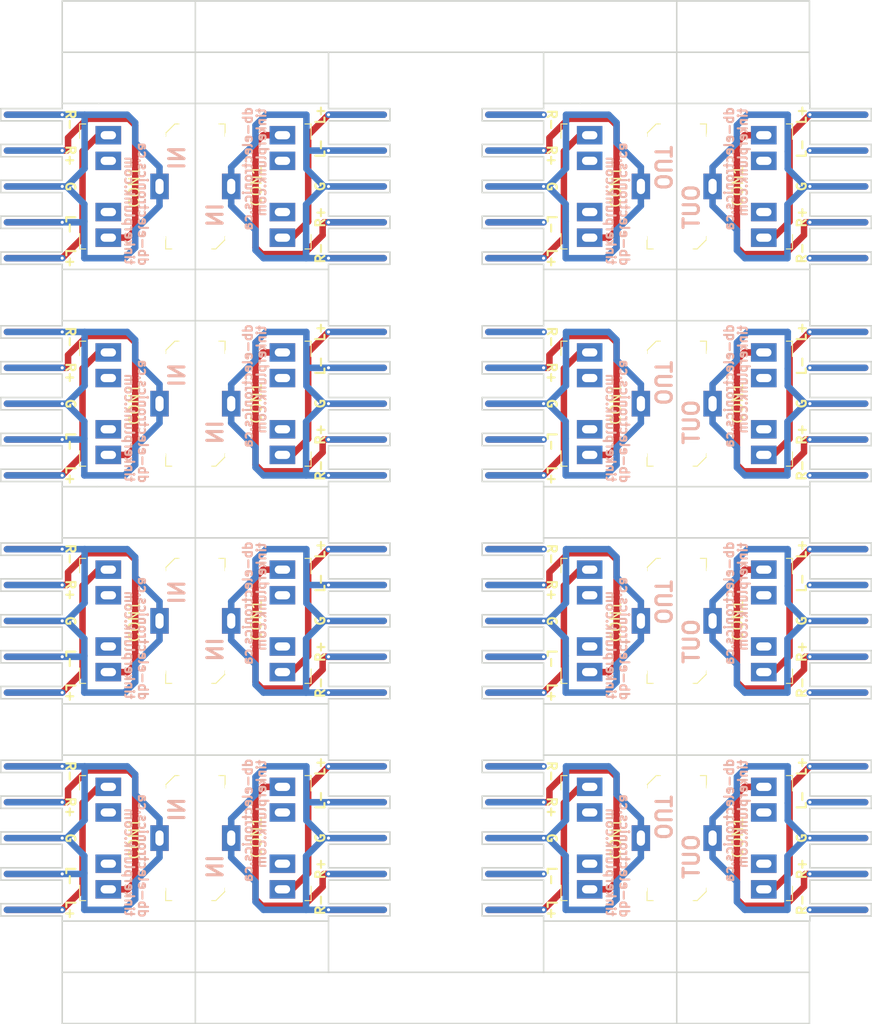
<source format=kicad_pcb>
(kicad_pcb (version 20171130) (host pcbnew "(5.1.0)-1")
  (title_block (title "Phoenix Connector Audio Adapter") (date 2018-03-30) (rev 0.1) (company "db Electronics") (comment 1 "Licensed Under The CERN OHL v.1.2") (comment 2 https://github.com/db-electronics/phoenix-audio-adapter-kicad))
  (layers (0 F.Cu signal) (31 B.Cu signal) (34 B.Paste user) (35 F.Paste user) (36 B.SilkS user) (37 F.SilkS user) (38 B.Mask user) (39 F.Mask user) (44 Edge.Cuts user))
  (net 0 "")
  (module headphone:Headphone_Jack_2.5mm_SJ1-3523N (layer F.Cu) (at 93.05 130.004 180)
    (fp_text reference CON1 (at -2.54 -0.0635 -90) (layer F.SilkS))
    (fp_text value Headphone_Jack_2.5mm_SJ1-3523N)
    (pad 3 thru_hole rect (at 0 -5 180) (size 2.5 1.8) (drill oval 1.5 0.8) (layers *.Cu *.Mask))
    (pad 2 thru_hole rect (at 0 5 180) (size 2.5 1.8) (drill oval 1.5 0.8) (layers *.Cu *.Mask))
    (pad 1 thru_hole rect (at -5 0 180) (size 1.8 2.5) (drill oval 0.8 1.5) (layers *.Cu *.Mask))
    (pad "" np_thru_hole circle (at 0 0 180) (size 1.2 1.2) (drill 1.2) (layers *.Cu *.Mask))
    (pad "" np_thru_hole circle (at -5 -5 180) (size 1.2 1.2) (drill 1.2) (layers *.Cu *.Mask))
    (pad "" np_thru_hole circle (at -7.5 -5 180) (size 1.2 1.2) (drill 1.2) (layers *.Cu *.Mask))
    (pad "" np_thru_hole circle (at -5 5 180) (size 1.2 1.2) (drill 1.2) (layers *.Cu *.Mask))
    (pad "" np_thru_hole circle (at -7.5 5 180) (size 1.2 1.2) (drill 1.2) (layers *.Cu *.Mask))
    (pad 11 thru_hole rect (at 0 -2.5 180) (size 2.5 1.8) (drill oval 1.5 0.8) (layers *.Cu *.Mask))
    (pad 10 thru_hole rect (at 0 2.5 180) (size 2.5 1.8) (drill oval 1.5 0.8) (layers *.Cu *.Mask))
  )
  (module headphone:Headphone_Jack_2.5mm_SJ1-3523N (layer F.Cu) (at 93.05 108.804 180)
    (fp_text reference CON1 (at -2.54 -0.0635 -90) (layer F.SilkS))
    (fp_text value Headphone_Jack_2.5mm_SJ1-3523N)
    (pad 10 thru_hole rect (at 0 2.5 180) (size 2.5 1.8) (drill oval 1.5 0.8) (layers *.Cu *.Mask))
    (pad 11 thru_hole rect (at 0 -2.5 180) (size 2.5 1.8) (drill oval 1.5 0.8) (layers *.Cu *.Mask))
    (pad "" np_thru_hole circle (at -7.5 5 180) (size 1.2 1.2) (drill 1.2) (layers *.Cu *.Mask))
    (pad "" np_thru_hole circle (at -5 5 180) (size 1.2 1.2) (drill 1.2) (layers *.Cu *.Mask))
    (pad "" np_thru_hole circle (at -7.5 -5 180) (size 1.2 1.2) (drill 1.2) (layers *.Cu *.Mask))
    (pad "" np_thru_hole circle (at -5 -5 180) (size 1.2 1.2) (drill 1.2) (layers *.Cu *.Mask))
    (pad "" np_thru_hole circle (at 0 0 180) (size 1.2 1.2) (drill 1.2) (layers *.Cu *.Mask))
    (pad 1 thru_hole rect (at -5 0 180) (size 1.8 2.5) (drill oval 0.8 1.5) (layers *.Cu *.Mask))
    (pad 2 thru_hole rect (at 0 5 180) (size 2.5 1.8) (drill oval 1.5 0.8) (layers *.Cu *.Mask))
    (pad 3 thru_hole rect (at 0 -5 180) (size 2.5 1.8) (drill oval 1.5 0.8) (layers *.Cu *.Mask))
  )
  (module headphone:Headphone_Jack_2.5mm_SJ1-3523N (layer F.Cu) (at 110.05 108.804)
    (fp_text reference CON1 (at -2.54 -0.0635 -270) (layer F.SilkS))
    (fp_text value Headphone_Jack_2.5mm_SJ1-3523N)
    (pad 3 thru_hole rect (at 0 -5) (size 2.5 1.8) (drill oval 1.5 0.8) (layers *.Cu *.Mask))
    (pad 2 thru_hole rect (at 0 5) (size 2.5 1.8) (drill oval 1.5 0.8) (layers *.Cu *.Mask))
    (pad 1 thru_hole rect (at -5 0) (size 1.8 2.5) (drill oval 0.8 1.5) (layers *.Cu *.Mask))
    (pad "" np_thru_hole circle (at 0 0) (size 1.2 1.2) (drill 1.2) (layers *.Cu *.Mask))
    (pad "" np_thru_hole circle (at -5 -5) (size 1.2 1.2) (drill 1.2) (layers *.Cu *.Mask))
    (pad "" np_thru_hole circle (at -7.5 -5) (size 1.2 1.2) (drill 1.2) (layers *.Cu *.Mask))
    (pad "" np_thru_hole circle (at -5 5) (size 1.2 1.2) (drill 1.2) (layers *.Cu *.Mask))
    (pad "" np_thru_hole circle (at -7.5 5) (size 1.2 1.2) (drill 1.2) (layers *.Cu *.Mask))
    (pad 11 thru_hole rect (at 0 -2.5) (size 2.5 1.8) (drill oval 1.5 0.8) (layers *.Cu *.Mask))
    (pad 10 thru_hole rect (at 0 2.5) (size 2.5 1.8) (drill oval 1.5 0.8) (layers *.Cu *.Mask))
  )
  (module headphone:Headphone_Jack_2.5mm_SJ1-3523N (layer F.Cu) (at 110.05 130.004)
    (fp_text reference CON1 (at -2.54 -0.0635 -270) (layer F.SilkS))
    (fp_text value Headphone_Jack_2.5mm_SJ1-3523N)
    (pad 10 thru_hole rect (at 0 2.5) (size 2.5 1.8) (drill oval 1.5 0.8) (layers *.Cu *.Mask))
    (pad 11 thru_hole rect (at 0 -2.5) (size 2.5 1.8) (drill oval 1.5 0.8) (layers *.Cu *.Mask))
    (pad "" np_thru_hole circle (at -7.5 5) (size 1.2 1.2) (drill 1.2) (layers *.Cu *.Mask))
    (pad "" np_thru_hole circle (at -5 5) (size 1.2 1.2) (drill 1.2) (layers *.Cu *.Mask))
    (pad "" np_thru_hole circle (at -7.5 -5) (size 1.2 1.2) (drill 1.2) (layers *.Cu *.Mask))
    (pad "" np_thru_hole circle (at -5 -5) (size 1.2 1.2) (drill 1.2) (layers *.Cu *.Mask))
    (pad "" np_thru_hole circle (at 0 0) (size 1.2 1.2) (drill 1.2) (layers *.Cu *.Mask))
    (pad 1 thru_hole rect (at -5 0) (size 1.8 2.5) (drill oval 0.8 1.5) (layers *.Cu *.Mask))
    (pad 2 thru_hole rect (at 0 5) (size 2.5 1.8) (drill oval 1.5 0.8) (layers *.Cu *.Mask))
    (pad 3 thru_hole rect (at 0 -5) (size 2.5 1.8) (drill oval 1.5 0.8) (layers *.Cu *.Mask))
  )
  (module headphone:Headphone_Jack_2.5mm_SJ1-3523N (layer F.Cu) (at 157.05 108.804)
    (fp_text reference CON1 (at -2.54 -0.0635 -270) (layer F.SilkS))
    (fp_text value Headphone_Jack_2.5mm_SJ1-3523N)
    (pad 10 thru_hole rect (at 0 2.5) (size 2.5 1.8) (drill oval 1.5 0.8) (layers *.Cu *.Mask))
    (pad 11 thru_hole rect (at 0 -2.5) (size 2.5 1.8) (drill oval 1.5 0.8) (layers *.Cu *.Mask))
    (pad "" np_thru_hole circle (at -7.5 5) (size 1.2 1.2) (drill 1.2) (layers *.Cu *.Mask))
    (pad "" np_thru_hole circle (at -5 5) (size 1.2 1.2) (drill 1.2) (layers *.Cu *.Mask))
    (pad "" np_thru_hole circle (at -7.5 -5) (size 1.2 1.2) (drill 1.2) (layers *.Cu *.Mask))
    (pad "" np_thru_hole circle (at -5 -5) (size 1.2 1.2) (drill 1.2) (layers *.Cu *.Mask))
    (pad "" np_thru_hole circle (at 0 0) (size 1.2 1.2) (drill 1.2) (layers *.Cu *.Mask))
    (pad 1 thru_hole rect (at -5 0) (size 1.8 2.5) (drill oval 0.8 1.5) (layers *.Cu *.Mask))
    (pad 2 thru_hole rect (at 0 5) (size 2.5 1.8) (drill oval 1.5 0.8) (layers *.Cu *.Mask))
    (pad 3 thru_hole rect (at 0 -5) (size 2.5 1.8) (drill oval 1.5 0.8) (layers *.Cu *.Mask))
  )
  (module headphone:Headphone_Jack_2.5mm_SJ1-3523N (layer F.Cu) (at 140.05 108.804 180)
    (fp_text reference CON1 (at -2.54 -0.0635 -90) (layer F.SilkS))
    (fp_text value Headphone_Jack_2.5mm_SJ1-3523N)
    (pad 3 thru_hole rect (at 0 -5 180) (size 2.5 1.8) (drill oval 1.5 0.8) (layers *.Cu *.Mask))
    (pad 2 thru_hole rect (at 0 5 180) (size 2.5 1.8) (drill oval 1.5 0.8) (layers *.Cu *.Mask))
    (pad 1 thru_hole rect (at -5 0 180) (size 1.8 2.5) (drill oval 0.8 1.5) (layers *.Cu *.Mask))
    (pad "" np_thru_hole circle (at 0 0 180) (size 1.2 1.2) (drill 1.2) (layers *.Cu *.Mask))
    (pad "" np_thru_hole circle (at -5 -5 180) (size 1.2 1.2) (drill 1.2) (layers *.Cu *.Mask))
    (pad "" np_thru_hole circle (at -7.5 -5 180) (size 1.2 1.2) (drill 1.2) (layers *.Cu *.Mask))
    (pad "" np_thru_hole circle (at -5 5 180) (size 1.2 1.2) (drill 1.2) (layers *.Cu *.Mask))
    (pad "" np_thru_hole circle (at -7.5 5 180) (size 1.2 1.2) (drill 1.2) (layers *.Cu *.Mask))
    (pad 11 thru_hole rect (at 0 -2.5 180) (size 2.5 1.8) (drill oval 1.5 0.8) (layers *.Cu *.Mask))
    (pad 10 thru_hole rect (at 0 2.5 180) (size 2.5 1.8) (drill oval 1.5 0.8) (layers *.Cu *.Mask))
  )
  (module headphone:Headphone_Jack_2.5mm_SJ1-3523N (layer F.Cu) (at 140.05 130.004 180)
    (fp_text reference CON1 (at -2.54 -0.0635 -90) (layer F.SilkS))
    (fp_text value Headphone_Jack_2.5mm_SJ1-3523N)
    (pad 10 thru_hole rect (at 0 2.5 180) (size 2.5 1.8) (drill oval 1.5 0.8) (layers *.Cu *.Mask))
    (pad 11 thru_hole rect (at 0 -2.5 180) (size 2.5 1.8) (drill oval 1.5 0.8) (layers *.Cu *.Mask))
    (pad "" np_thru_hole circle (at -7.5 5 180) (size 1.2 1.2) (drill 1.2) (layers *.Cu *.Mask))
    (pad "" np_thru_hole circle (at -5 5 180) (size 1.2 1.2) (drill 1.2) (layers *.Cu *.Mask))
    (pad "" np_thru_hole circle (at -7.5 -5 180) (size 1.2 1.2) (drill 1.2) (layers *.Cu *.Mask))
    (pad "" np_thru_hole circle (at -5 -5 180) (size 1.2 1.2) (drill 1.2) (layers *.Cu *.Mask))
    (pad "" np_thru_hole circle (at 0 0 180) (size 1.2 1.2) (drill 1.2) (layers *.Cu *.Mask))
    (pad 1 thru_hole rect (at -5 0 180) (size 1.8 2.5) (drill oval 0.8 1.5) (layers *.Cu *.Mask))
    (pad 2 thru_hole rect (at 0 5 180) (size 2.5 1.8) (drill oval 1.5 0.8) (layers *.Cu *.Mask))
    (pad 3 thru_hole rect (at 0 -5 180) (size 2.5 1.8) (drill oval 1.5 0.8) (layers *.Cu *.Mask))
  )
  (module headphone:Headphone_Jack_2.5mm_SJ1-3523N (layer F.Cu) (at 157.05 130.004)
    (fp_text reference CON1 (at -2.54 -0.0635 -270) (layer F.SilkS))
    (fp_text value Headphone_Jack_2.5mm_SJ1-3523N)
    (pad 3 thru_hole rect (at 0 -5) (size 2.5 1.8) (drill oval 1.5 0.8) (layers *.Cu *.Mask))
    (pad 2 thru_hole rect (at 0 5) (size 2.5 1.8) (drill oval 1.5 0.8) (layers *.Cu *.Mask))
    (pad 1 thru_hole rect (at -5 0) (size 1.8 2.5) (drill oval 0.8 1.5) (layers *.Cu *.Mask))
    (pad "" np_thru_hole circle (at 0 0) (size 1.2 1.2) (drill 1.2) (layers *.Cu *.Mask))
    (pad "" np_thru_hole circle (at -5 -5) (size 1.2 1.2) (drill 1.2) (layers *.Cu *.Mask))
    (pad "" np_thru_hole circle (at -7.5 -5) (size 1.2 1.2) (drill 1.2) (layers *.Cu *.Mask))
    (pad "" np_thru_hole circle (at -5 5) (size 1.2 1.2) (drill 1.2) (layers *.Cu *.Mask))
    (pad "" np_thru_hole circle (at -7.5 5) (size 1.2 1.2) (drill 1.2) (layers *.Cu *.Mask))
    (pad 11 thru_hole rect (at 0 -2.5) (size 2.5 1.8) (drill oval 1.5 0.8) (layers *.Cu *.Mask))
    (pad 10 thru_hole rect (at 0 2.5) (size 2.5 1.8) (drill oval 1.5 0.8) (layers *.Cu *.Mask))
  )
  (module headphone:Headphone_Jack_2.5mm_SJ1-3523N (layer F.Cu) (at 140.05 66.404 180)
    (fp_text reference CON1 (at -2.54 -0.0635 -90) (layer F.SilkS))
    (fp_text value Headphone_Jack_2.5mm_SJ1-3523N)
    (pad 10 thru_hole rect (at 0 2.5 180) (size 2.5 1.8) (drill oval 1.5 0.8) (layers *.Cu *.Mask))
    (pad 11 thru_hole rect (at 0 -2.5 180) (size 2.5 1.8) (drill oval 1.5 0.8) (layers *.Cu *.Mask))
    (pad "" np_thru_hole circle (at -7.5 5 180) (size 1.2 1.2) (drill 1.2) (layers *.Cu *.Mask))
    (pad "" np_thru_hole circle (at -5 5 180) (size 1.2 1.2) (drill 1.2) (layers *.Cu *.Mask))
    (pad "" np_thru_hole circle (at -7.5 -5 180) (size 1.2 1.2) (drill 1.2) (layers *.Cu *.Mask))
    (pad "" np_thru_hole circle (at -5 -5 180) (size 1.2 1.2) (drill 1.2) (layers *.Cu *.Mask))
    (pad "" np_thru_hole circle (at 0 0 180) (size 1.2 1.2) (drill 1.2) (layers *.Cu *.Mask))
    (pad 1 thru_hole rect (at -5 0 180) (size 1.8 2.5) (drill oval 0.8 1.5) (layers *.Cu *.Mask))
    (pad 2 thru_hole rect (at 0 5 180) (size 2.5 1.8) (drill oval 1.5 0.8) (layers *.Cu *.Mask))
    (pad 3 thru_hole rect (at 0 -5 180) (size 2.5 1.8) (drill oval 1.5 0.8) (layers *.Cu *.Mask))
  )
  (module headphone:Headphone_Jack_2.5mm_SJ1-3523N (layer F.Cu) (at 157.05 66.404)
    (fp_text reference CON1 (at -2.54 -0.0635 -270) (layer F.SilkS))
    (fp_text value Headphone_Jack_2.5mm_SJ1-3523N)
    (pad 3 thru_hole rect (at 0 -5) (size 2.5 1.8) (drill oval 1.5 0.8) (layers *.Cu *.Mask))
    (pad 2 thru_hole rect (at 0 5) (size 2.5 1.8) (drill oval 1.5 0.8) (layers *.Cu *.Mask))
    (pad 1 thru_hole rect (at -5 0) (size 1.8 2.5) (drill oval 0.8 1.5) (layers *.Cu *.Mask))
    (pad "" np_thru_hole circle (at 0 0) (size 1.2 1.2) (drill 1.2) (layers *.Cu *.Mask))
    (pad "" np_thru_hole circle (at -5 -5) (size 1.2 1.2) (drill 1.2) (layers *.Cu *.Mask))
    (pad "" np_thru_hole circle (at -7.5 -5) (size 1.2 1.2) (drill 1.2) (layers *.Cu *.Mask))
    (pad "" np_thru_hole circle (at -5 5) (size 1.2 1.2) (drill 1.2) (layers *.Cu *.Mask))
    (pad "" np_thru_hole circle (at -7.5 5) (size 1.2 1.2) (drill 1.2) (layers *.Cu *.Mask))
    (pad 11 thru_hole rect (at 0 -2.5) (size 2.5 1.8) (drill oval 1.5 0.8) (layers *.Cu *.Mask))
    (pad 10 thru_hole rect (at 0 2.5) (size 2.5 1.8) (drill oval 1.5 0.8) (layers *.Cu *.Mask))
  )
  (module headphone:Headphone_Jack_2.5mm_SJ1-3523N (layer F.Cu) (at 157.05 87.604)
    (fp_text reference CON1 (at -2.54 -0.0635 -270) (layer F.SilkS))
    (fp_text value Headphone_Jack_2.5mm_SJ1-3523N)
    (pad 10 thru_hole rect (at 0 2.5) (size 2.5 1.8) (drill oval 1.5 0.8) (layers *.Cu *.Mask))
    (pad 11 thru_hole rect (at 0 -2.5) (size 2.5 1.8) (drill oval 1.5 0.8) (layers *.Cu *.Mask))
    (pad "" np_thru_hole circle (at -7.5 5) (size 1.2 1.2) (drill 1.2) (layers *.Cu *.Mask))
    (pad "" np_thru_hole circle (at -5 5) (size 1.2 1.2) (drill 1.2) (layers *.Cu *.Mask))
    (pad "" np_thru_hole circle (at -7.5 -5) (size 1.2 1.2) (drill 1.2) (layers *.Cu *.Mask))
    (pad "" np_thru_hole circle (at -5 -5) (size 1.2 1.2) (drill 1.2) (layers *.Cu *.Mask))
    (pad "" np_thru_hole circle (at 0 0) (size 1.2 1.2) (drill 1.2) (layers *.Cu *.Mask))
    (pad 1 thru_hole rect (at -5 0) (size 1.8 2.5) (drill oval 0.8 1.5) (layers *.Cu *.Mask))
    (pad 2 thru_hole rect (at 0 5) (size 2.5 1.8) (drill oval 1.5 0.8) (layers *.Cu *.Mask))
    (pad 3 thru_hole rect (at 0 -5) (size 2.5 1.8) (drill oval 1.5 0.8) (layers *.Cu *.Mask))
  )
  (module headphone:Headphone_Jack_2.5mm_SJ1-3523N (layer F.Cu) (at 140.05 87.604 180)
    (fp_text reference CON1 (at -2.54 -0.0635 -90) (layer F.SilkS))
    (fp_text value Headphone_Jack_2.5mm_SJ1-3523N)
    (pad 3 thru_hole rect (at 0 -5 180) (size 2.5 1.8) (drill oval 1.5 0.8) (layers *.Cu *.Mask))
    (pad 2 thru_hole rect (at 0 5 180) (size 2.5 1.8) (drill oval 1.5 0.8) (layers *.Cu *.Mask))
    (pad 1 thru_hole rect (at -5 0 180) (size 1.8 2.5) (drill oval 0.8 1.5) (layers *.Cu *.Mask))
    (pad "" np_thru_hole circle (at 0 0 180) (size 1.2 1.2) (drill 1.2) (layers *.Cu *.Mask))
    (pad "" np_thru_hole circle (at -5 -5 180) (size 1.2 1.2) (drill 1.2) (layers *.Cu *.Mask))
    (pad "" np_thru_hole circle (at -7.5 -5 180) (size 1.2 1.2) (drill 1.2) (layers *.Cu *.Mask))
    (pad "" np_thru_hole circle (at -5 5 180) (size 1.2 1.2) (drill 1.2) (layers *.Cu *.Mask))
    (pad "" np_thru_hole circle (at -7.5 5 180) (size 1.2 1.2) (drill 1.2) (layers *.Cu *.Mask))
    (pad 11 thru_hole rect (at 0 -2.5 180) (size 2.5 1.8) (drill oval 1.5 0.8) (layers *.Cu *.Mask))
    (pad 10 thru_hole rect (at 0 2.5 180) (size 2.5 1.8) (drill oval 1.5 0.8) (layers *.Cu *.Mask))
  )
  (module headphone:Headphone_Jack_2.5mm_SJ1-3523N (layer F.Cu) (at 110.05 66.404)
    (fp_text reference CON1 (at -2.54 -0.0635 -270) (layer F.SilkS))
    (fp_text value Headphone_Jack_2.5mm_SJ1-3523N)
    (pad 10 thru_hole rect (at 0 2.5) (size 2.5 1.8) (drill oval 1.5 0.8) (layers *.Cu *.Mask))
    (pad 11 thru_hole rect (at 0 -2.5) (size 2.5 1.8) (drill oval 1.5 0.8) (layers *.Cu *.Mask))
    (pad "" np_thru_hole circle (at -7.5 5) (size 1.2 1.2) (drill 1.2) (layers *.Cu *.Mask))
    (pad "" np_thru_hole circle (at -5 5) (size 1.2 1.2) (drill 1.2) (layers *.Cu *.Mask))
    (pad "" np_thru_hole circle (at -7.5 -5) (size 1.2 1.2) (drill 1.2) (layers *.Cu *.Mask))
    (pad "" np_thru_hole circle (at -5 -5) (size 1.2 1.2) (drill 1.2) (layers *.Cu *.Mask))
    (pad "" np_thru_hole circle (at 0 0) (size 1.2 1.2) (drill 1.2) (layers *.Cu *.Mask))
    (pad 1 thru_hole rect (at -5 0) (size 1.8 2.5) (drill oval 0.8 1.5) (layers *.Cu *.Mask))
    (pad 2 thru_hole rect (at 0 5) (size 2.5 1.8) (drill oval 1.5 0.8) (layers *.Cu *.Mask))
    (pad 3 thru_hole rect (at 0 -5) (size 2.5 1.8) (drill oval 1.5 0.8) (layers *.Cu *.Mask))
  )
  (module headphone:Headphone_Jack_2.5mm_SJ1-3523N (layer F.Cu) (at 93.05 66.404 180)
    (fp_text reference CON1 (at -2.54 -0.0635 -90) (layer F.SilkS))
    (fp_text value Headphone_Jack_2.5mm_SJ1-3523N)
    (pad 3 thru_hole rect (at 0 -5 180) (size 2.5 1.8) (drill oval 1.5 0.8) (layers *.Cu *.Mask))
    (pad 2 thru_hole rect (at 0 5 180) (size 2.5 1.8) (drill oval 1.5 0.8) (layers *.Cu *.Mask))
    (pad 1 thru_hole rect (at -5 0 180) (size 1.8 2.5) (drill oval 0.8 1.5) (layers *.Cu *.Mask))
    (pad "" np_thru_hole circle (at 0 0 180) (size 1.2 1.2) (drill 1.2) (layers *.Cu *.Mask))
    (pad "" np_thru_hole circle (at -5 -5 180) (size 1.2 1.2) (drill 1.2) (layers *.Cu *.Mask))
    (pad "" np_thru_hole circle (at -7.5 -5 180) (size 1.2 1.2) (drill 1.2) (layers *.Cu *.Mask))
    (pad "" np_thru_hole circle (at -5 5 180) (size 1.2 1.2) (drill 1.2) (layers *.Cu *.Mask))
    (pad "" np_thru_hole circle (at -7.5 5 180) (size 1.2 1.2) (drill 1.2) (layers *.Cu *.Mask))
    (pad 11 thru_hole rect (at 0 -2.5 180) (size 2.5 1.8) (drill oval 1.5 0.8) (layers *.Cu *.Mask))
    (pad 10 thru_hole rect (at 0 2.5 180) (size 2.5 1.8) (drill oval 1.5 0.8) (layers *.Cu *.Mask))
  )
  (module headphone:Headphone_Jack_2.5mm_SJ1-3523N (layer F.Cu) (at 93.05 87.604 180)
    (fp_text reference CON1 (at -2.54 -0.0635 -90) (layer F.SilkS))
    (fp_text value Headphone_Jack_2.5mm_SJ1-3523N)
    (pad 10 thru_hole rect (at 0 2.5 180) (size 2.5 1.8) (drill oval 1.5 0.8) (layers *.Cu *.Mask))
    (pad 11 thru_hole rect (at 0 -2.5 180) (size 2.5 1.8) (drill oval 1.5 0.8) (layers *.Cu *.Mask))
    (pad "" np_thru_hole circle (at -7.5 5 180) (size 1.2 1.2) (drill 1.2) (layers *.Cu *.Mask))
    (pad "" np_thru_hole circle (at -5 5 180) (size 1.2 1.2) (drill 1.2) (layers *.Cu *.Mask))
    (pad "" np_thru_hole circle (at -7.5 -5 180) (size 1.2 1.2) (drill 1.2) (layers *.Cu *.Mask))
    (pad "" np_thru_hole circle (at -5 -5 180) (size 1.2 1.2) (drill 1.2) (layers *.Cu *.Mask))
    (pad "" np_thru_hole circle (at 0 0 180) (size 1.2 1.2) (drill 1.2) (layers *.Cu *.Mask))
    (pad 1 thru_hole rect (at -5 0 180) (size 1.8 2.5) (drill oval 0.8 1.5) (layers *.Cu *.Mask))
    (pad 2 thru_hole rect (at 0 5 180) (size 2.5 1.8) (drill oval 1.5 0.8) (layers *.Cu *.Mask))
    (pad 3 thru_hole rect (at 0 -5 180) (size 2.5 1.8) (drill oval 1.5 0.8) (layers *.Cu *.Mask))
  )
  (module headphone:Headphone_Jack_2.5mm_SJ1-3523N (layer F.Cu) (at 110.05 87.604)
    (fp_text reference CON1 (at -2.54 -0.0635 -270) (layer F.SilkS))
    (fp_text value Headphone_Jack_2.5mm_SJ1-3523N)
    (pad 3 thru_hole rect (at 0 -5) (size 2.5 1.8) (drill oval 1.5 0.8) (layers *.Cu *.Mask))
    (pad 2 thru_hole rect (at 0 5) (size 2.5 1.8) (drill oval 1.5 0.8) (layers *.Cu *.Mask))
    (pad 1 thru_hole rect (at -5 0) (size 1.8 2.5) (drill oval 0.8 1.5) (layers *.Cu *.Mask))
    (pad "" np_thru_hole circle (at 0 0) (size 1.2 1.2) (drill 1.2) (layers *.Cu *.Mask))
    (pad "" np_thru_hole circle (at -5 -5) (size 1.2 1.2) (drill 1.2) (layers *.Cu *.Mask))
    (pad "" np_thru_hole circle (at -7.5 -5) (size 1.2 1.2) (drill 1.2) (layers *.Cu *.Mask))
    (pad "" np_thru_hole circle (at -5 5) (size 1.2 1.2) (drill 1.2) (layers *.Cu *.Mask))
    (pad "" np_thru_hole circle (at -7.5 5) (size 1.2 1.2) (drill 1.2) (layers *.Cu *.Mask))
    (pad 11 thru_hole rect (at 0 -2.5) (size 2.5 1.8) (drill oval 1.5 0.8) (layers *.Cu *.Mask))
    (pad 10 thru_hole rect (at 0 2.5) (size 2.5 1.8) (drill oval 1.5 0.8) (layers *.Cu *.Mask))
  )
  (gr_line (start 161.55 58.304) (end 161.509 53.304) (layer Edge.Cuts) (width 0.15))
  (gr_line (start 148.55 58.304) (end 148.55 53.282) (layer Edge.Cuts) (width 0.15))
  (gr_line (start 135.55 58.304) (end 135.55 53.304) (layer Edge.Cuts) (width 0.15))
  (gr_line (start 114.55 58.304) (end 114.55 53.304) (layer Edge.Cuts) (width 0.15))
  (gr_line (start 101.55 58.304) (end 101.55 53.304) (layer Edge.Cuts) (width 0.15))
  (gr_line (start 88.55 58.304) (end 88.55 53.304) (layer Edge.Cuts) (width 0.15))
  (gr_line (start 88.55 48.304) (end 161.509 48.304) (layer Edge.Cuts) (width 0.15))
  (gr_line (start 88.55 48.304) (end 88.55 53.304) (layer Edge.Cuts) (width 0.15))
  (gr_line (start 148.55 48.282) (end 148.55 53.282) (layer Edge.Cuts) (width 0.15))
  (gr_line (start 101.55 48.304) (end 101.55 53.304) (layer Edge.Cuts) (width 0.15))
  (gr_line (start 88.55 53.304) (end 161.509 53.304) (layer Edge.Cuts) (width 0.15))
  (gr_line (start 161.509 48.304) (end 161.509 53.304) (layer Edge.Cuts) (width 0.15))
  (gr_line (start 88.55 148.104) (end 161.509 148.104) (layer Edge.Cuts) (width 0.15))
  (gr_line (start 101.55 138.104) (end 101.55 143.104) (layer Edge.Cuts) (width 0.15))
  (gr_line (start 101.55 143.104) (end 101.55 148.104) (layer Edge.Cuts) (width 0.15))
  (gr_line (start 148.55 143.082) (end 148.55 148.082) (layer Edge.Cuts) (width 0.15))
  (gr_line (start 148.55 138.104) (end 148.55 143.104) (layer Edge.Cuts) (width 0.15))
  (gr_line (start 161.509 143.104) (end 161.509 148.104) (layer Edge.Cuts) (width 0.15))
  (gr_line (start 161.509 138.104) (end 161.509 143.104) (layer Edge.Cuts) (width 0.15))
  (gr_line (start 135.55 138.104) (end 135.55 143.104) (layer Edge.Cuts) (width 0.15))
  (gr_line (start 88.55 143.104) (end 161.509 143.104) (layer Edge.Cuts) (width 0.15))
  (gr_line (start 88.55 143.104) (end 88.55 148.104) (layer Edge.Cuts) (width 0.15))
  (gr_line (start 114.55 138.104) (end 114.55 143.104) (layer Edge.Cuts) (width 0.15))
  (gr_line (start 88.55 138.104) (end 88.55 143.104) (layer Edge.Cuts) (width 0.15))
  (gr_line (start 161.55 79.504) (end 161.55 74.504) (layer Edge.Cuts) (width 0.15))
  (gr_line (start 148.55 79.504) (end 148.55 74.504) (layer Edge.Cuts) (width 0.15))
  (gr_line (start 135.55 79.504) (end 135.55 74.504) (layer Edge.Cuts) (width 0.15))
  (gr_line (start 161.55 100.704) (end 161.55 95.704) (layer Edge.Cuts) (width 0.15))
  (gr_line (start 148.55 95.704) (end 148.55 100.704) (layer Edge.Cuts) (width 0.15))
  (gr_line (start 135.55 100.704) (end 135.55 95.704) (layer Edge.Cuts) (width 0.15))
  (gr_line (start 161.55 121.904) (end 161.55 116.904) (layer Edge.Cuts) (width 0.15))
  (gr_line (start 148.55 121.904) (end 148.55 116.904) (layer Edge.Cuts) (width 0.15))
  (gr_line (start 135.55 116.904) (end 135.55 121.904) (layer Edge.Cuts) (width 0.15))
  (gr_line (start 114.55 116.904) (end 114.55 121.904) (layer Edge.Cuts) (width 0.15))
  (gr_line (start 101.55 116.904) (end 101.55 121.904) (layer Edge.Cuts) (width 0.15))
  (gr_line (start 88.55 121.904) (end 88.55 116.904) (layer Edge.Cuts) (width 0.15))
  (gr_line (start 114.55 95.704) (end 114.55 100.704) (layer Edge.Cuts) (width 0.15))
  (gr_line (start 101.55 100.704) (end 101.55 95.704) (layer Edge.Cuts) (width 0.15))
  (gr_line (start 88.55 95.704) (end 88.55 100.704) (layer Edge.Cuts) (width 0.15))
  (gr_line (start 114.55 79.504) (end 114.55 74.504) (layer Edge.Cuts) (width 0.15))
  (gr_line (start 101.55 74.504) (end 101.55 79.504) (layer Edge.Cuts) (width 0.15))
  (gr_line (start 88.55 79.504) (end 88.55 74.504) (layer Edge.Cuts) (width 0.15))
  (gr_line (start 88.55 121.904) (end 114.55 121.904) (layer Edge.Cuts) (width 0.15))
  (gr_line (start 82.55 109.404) (end 88.55 109.404) (layer Edge.Cuts) (width 0.15))
  (gr_line (start 88.55 100.704) (end 88.55 101.204) (layer Edge.Cuts) (width 0.15))
  (gr_line (start 114.55 108.204) (end 114.55 105.904) (layer Edge.Cuts) (width 0.15))
  (gr_line (start 88.55 101.204) (end 82.55 101.204) (layer Edge.Cuts) (width 0.15))
  (gr_line (start 88.55 105.904) (end 88.55 108.204) (layer Edge.Cuts) (width 0.15))
  (gr_line (start 82.55 116.404) (end 88.55 116.404) (layer Edge.Cuts) (width 0.15))
  (gr_line (start 88.55 102.404) (end 88.55 104.704) (layer Edge.Cuts) (width 0.15))
  (gr_line (start 82.55 115.204) (end 82.55 116.404) (layer Edge.Cuts) (width 0.15))
  (gr_line (start 88.55 109.404) (end 88.55 111.704) (layer Edge.Cuts) (width 0.15))
  (gr_line (start 82.55 111.704) (end 82.55 112.904) (layer Edge.Cuts) (width 0.15))
  (gr_line (start 88.55 112.904) (end 88.55 115.204) (layer Edge.Cuts) (width 0.15))
  (gr_line (start 91.98 138.104) (end 101.55 138.104) (layer Edge.Cuts) (width 0.15))
  (gr_line (start 82.55 102.404) (end 88.55 102.404) (layer Edge.Cuts) (width 0.15))
  (gr_line (start 82.55 108.204) (end 82.55 109.404) (layer Edge.Cuts) (width 0.15))
  (gr_line (start 88.55 115.204) (end 82.55 115.204) (layer Edge.Cuts) (width 0.15))
  (gr_line (start 82.55 105.904) (end 88.55 105.904) (layer Edge.Cuts) (width 0.15))
  (gr_line (start 88.55 116.404) (end 88.55 116.904) (layer Edge.Cuts) (width 0.15))
  (gr_line (start 88.55 104.704) (end 82.55 104.704) (layer Edge.Cuts) (width 0.15))
  (gr_line (start 88.55 111.704) (end 82.55 111.704) (layer Edge.Cuts) (width 0.15))
  (gr_line (start 101.55 138.104) (end 114.55 138.104) (layer Edge.Cuts) (width 0.15))
  (gr_line (start 82.55 104.704) (end 82.55 105.904) (layer Edge.Cuts) (width 0.15))
  (gr_line (start 88.55 108.204) (end 82.55 108.204) (layer Edge.Cuts) (width 0.15))
  (gr_line (start 101.55 100.704) (end 101.55 116.904) (layer Edge.Cuts) (width 0.15))
  (gr_line (start 114.55 102.404) (end 120.55 102.404) (layer Edge.Cuts) (width 0.15))
  (gr_line (start 114.55 115.204) (end 114.55 112.904) (layer Edge.Cuts) (width 0.15))
  (gr_line (start 82.55 101.204) (end 82.55 102.404) (layer Edge.Cuts) (width 0.15))
  (gr_line (start 82.55 112.904) (end 88.55 112.904) (layer Edge.Cuts) (width 0.15))
  (gr_line (start 92.12 100.704) (end 88.55 100.704) (layer Edge.Cuts) (width 0.15))
  (gr_line (start 92.12 100.704) (end 101.55 100.704) (layer Edge.Cuts) (width 0.15))
  (gr_line (start 101.55 100.704) (end 114.55 100.704) (layer Edge.Cuts) (width 0.15))
  (gr_text tinkerplunk.com (at 95.1055 132.3535 270) (layer B.SilkS) (effects (font (size 0.889 0.889) (thickness 0.2032)) (justify mirror)))
  (gr_text tinkerplunk.com (at 107.9945 106.4545 90) (layer B.SilkS) (effects (font (size 0.889 0.889) (thickness 0.2032)) (justify mirror)))
  (gr_text R- (at 89.35 123.504 270) (layer F.SilkS) (effects (font (size 0.889 0.889) (thickness 0.2032))))
  (gr_text L+ (at 89.35 137.004 270) (layer F.SilkS) (effects (font (size 0.889 0.889) (thickness 0.2032))))
  (gr_text L+ (at 113.75 101.804 90) (layer F.SilkS) (effects (font (size 0.889 0.889) (thickness 0.2032))))
  (gr_text IN (at 99.614 127.21 270) (layer B.SilkS) (effects (font (size 1.5 1.5) (thickness 0.3)) (justify mirror)))
  (gr_text db-electronics.ca (at 96.439 131.7185 270) (layer B.SilkS) (effects (font (size 0.889 0.889) (thickness 0.2032)) (justify mirror)))
  (gr_text G (at 89.35 108.804 270) (layer F.SilkS) (effects (font (size 0.889 0.889) (thickness 0.2032))))
  (gr_text L+ (at 113.75 123.004 90) (layer F.SilkS) (effects (font (size 0.889 0.889) (thickness 0.2032))))
  (gr_text L- (at 89.35 133.704 270) (layer F.SilkS) (effects (font (size 0.889 0.889) (thickness 0.2032))))
  (gr_text G (at 89.35 130.004 270) (layer F.SilkS) (effects (font (size 0.889 0.889) (thickness 0.2032))))
  (gr_text IN (at 103.486 111.598 90) (layer B.SilkS) (effects (font (size 1.5 1.5) (thickness 0.3)) (justify mirror)))
  (gr_text R- (at 89.35 102.304 270) (layer F.SilkS) (effects (font (size 0.889 0.889) (thickness 0.2032))))
  (gr_text IN (at 99.614 106.01 270) (layer B.SilkS) (effects (font (size 1.5 1.5) (thickness 0.3)) (justify mirror)))
  (gr_text G (at 113.75 108.804 90) (layer F.SilkS) (effects (font (size 0.889 0.889) (thickness 0.2032))))
  (gr_text db-electronics.ca (at 106.661 128.2895 90) (layer B.SilkS) (effects (font (size 0.889 0.889) (thickness 0.2032)) (justify mirror)))
  (gr_text R+ (at 89.35 105.804 270) (layer F.SilkS) (effects (font (size 0.889 0.889) (thickness 0.2032))))
  (gr_text tinkerplunk.com (at 107.9945 127.6545 90) (layer B.SilkS) (effects (font (size 0.889 0.889) (thickness 0.2032)) (justify mirror)))
  (gr_text db-electronics.ca (at 106.661 107.0895 90) (layer B.SilkS) (effects (font (size 0.889 0.889) (thickness 0.2032)) (justify mirror)))
  (gr_text L- (at 113.75 105.104 90) (layer F.SilkS) (effects (font (size 0.889 0.889) (thickness 0.2032))))
  (gr_text G (at 113.75 130.004 90) (layer F.SilkS) (effects (font (size 0.889 0.889) (thickness 0.2032))))
  (gr_text db-electronics.ca (at 96.439 110.5185 270) (layer B.SilkS) (effects (font (size 0.889 0.889) (thickness 0.2032)) (justify mirror)))
  (gr_text tinkerplunk.com (at 95.1055 111.1535 270) (layer B.SilkS) (effects (font (size 0.889 0.889) (thickness 0.2032)) (justify mirror)))
  (gr_text R- (at 113.75 136.504 90) (layer F.SilkS) (effects (font (size 0.889 0.889) (thickness 0.2032))))
  (gr_text R+ (at 113.75 133.004 90) (layer F.SilkS) (effects (font (size 0.889 0.889) (thickness 0.2032))))
  (gr_text R- (at 113.75 115.304 90) (layer F.SilkS) (effects (font (size 0.889 0.889) (thickness 0.2032))))
  (gr_text L- (at 113.75 126.304 90) (layer F.SilkS) (effects (font (size 0.889 0.889) (thickness 0.2032))))
  (gr_text R+ (at 113.75 111.804 90) (layer F.SilkS) (effects (font (size 0.889 0.889) (thickness 0.2032))))
  (gr_text IN (at 103.486 132.798 90) (layer B.SilkS) (effects (font (size 1.5 1.5) (thickness 0.3)) (justify mirror)))
  (gr_text L- (at 89.35 112.504 270) (layer F.SilkS) (effects (font (size 0.889 0.889) (thickness 0.2032))))
  (gr_text L+ (at 89.35 115.804 270) (layer F.SilkS) (effects (font (size 0.889 0.889) (thickness 0.2032))))
  (gr_text R+ (at 89.35 127.004 270) (layer F.SilkS) (effects (font (size 0.889 0.889) (thickness 0.2032))))
  (gr_line (start 88.55 125.904) (end 82.55 125.904) (layer Edge.Cuts) (width 0.15))
  (gr_line (start 88.55 129.404) (end 82.55 129.404) (layer Edge.Cuts) (width 0.15))
  (gr_line (start 120.55 137.604) (end 120.55 136.404) (layer Edge.Cuts) (width 0.15))
  (gr_line (start 82.55 127.104) (end 88.55 127.104) (layer Edge.Cuts) (width 0.15))
  (gr_line (start 88.55 123.604) (end 88.55 125.904) (layer Edge.Cuts) (width 0.15))
  (gr_line (start 82.55 134.104) (end 88.55 134.104) (layer Edge.Cuts) (width 0.15))
  (gr_line (start 114.55 125.904) (end 114.55 123.604) (layer Edge.Cuts) (width 0.15))
  (gr_line (start 114.55 130.604) (end 120.55 130.604) (layer Edge.Cuts) (width 0.15))
  (gr_line (start 114.55 132.904) (end 114.55 130.604) (layer Edge.Cuts) (width 0.15))
  (gr_line (start 88.55 122.404) (end 82.55 122.404) (layer Edge.Cuts) (width 0.15))
  (gr_line (start 88.55 136.404) (end 82.55 136.404) (layer Edge.Cuts) (width 0.15))
  (gr_line (start 114.55 122.404) (end 114.55 121.904) (layer Edge.Cuts) (width 0.15))
  (gr_line (start 82.55 137.604) (end 88.55 137.604) (layer Edge.Cuts) (width 0.15))
  (gr_line (start 114.55 138.104) (end 114.55 137.604) (layer Edge.Cuts) (width 0.15))
  (gr_line (start 120.55 123.604) (end 120.55 122.404) (layer Edge.Cuts) (width 0.15))
  (gr_line (start 114.55 127.104) (end 120.55 127.104) (layer Edge.Cuts) (width 0.15))
  (gr_line (start 91.98 138.104) (end 88.55 138.104) (layer Edge.Cuts) (width 0.15))
  (gr_line (start 88.55 134.104) (end 88.55 136.404) (layer Edge.Cuts) (width 0.15))
  (gr_line (start 120.55 136.404) (end 114.55 136.404) (layer Edge.Cuts) (width 0.15))
  (gr_line (start 82.55 125.904) (end 82.55 127.104) (layer Edge.Cuts) (width 0.15))
  (gr_line (start 120.55 134.104) (end 120.55 132.904) (layer Edge.Cuts) (width 0.15))
  (gr_line (start 120.55 127.104) (end 120.55 125.904) (layer Edge.Cuts) (width 0.15))
  (gr_line (start 88.55 132.904) (end 82.55 132.904) (layer Edge.Cuts) (width 0.15))
  (gr_line (start 114.55 109.404) (end 120.55 109.404) (layer Edge.Cuts) (width 0.15))
  (gr_line (start 82.55 132.904) (end 82.55 134.104) (layer Edge.Cuts) (width 0.15))
  (gr_line (start 114.55 116.904) (end 114.55 116.404) (layer Edge.Cuts) (width 0.15))
  (gr_line (start 82.55 130.604) (end 88.55 130.604) (layer Edge.Cuts) (width 0.15))
  (gr_line (start 120.55 130.604) (end 120.55 129.404) (layer Edge.Cuts) (width 0.15))
  (gr_line (start 101.55 116.904) (end 114.55 116.904) (layer Edge.Cuts) (width 0.15))
  (gr_line (start 120.55 122.404) (end 114.55 122.404) (layer Edge.Cuts) (width 0.15))
  (gr_line (start 120.55 112.904) (end 120.55 111.704) (layer Edge.Cuts) (width 0.15))
  (gr_line (start 88.55 130.604) (end 88.55 132.904) (layer Edge.Cuts) (width 0.15))
  (gr_line (start 114.55 129.404) (end 114.55 127.104) (layer Edge.Cuts) (width 0.15))
  (gr_line (start 120.55 104.704) (end 114.55 104.704) (layer Edge.Cuts) (width 0.15))
  (gr_line (start 82.55 129.404) (end 82.55 130.604) (layer Edge.Cuts) (width 0.15))
  (gr_line (start 120.55 109.404) (end 120.55 108.204) (layer Edge.Cuts) (width 0.15))
  (gr_line (start 101.55 121.904) (end 101.55 138.104) (layer Edge.Cuts) (width 0.15))
  (gr_line (start 82.55 123.604) (end 88.55 123.604) (layer Edge.Cuts) (width 0.15))
  (gr_line (start 114.55 112.904) (end 120.55 112.904) (layer Edge.Cuts) (width 0.15))
  (gr_line (start 114.55 111.704) (end 114.55 109.404) (layer Edge.Cuts) (width 0.15))
  (gr_line (start 88.55 121.904) (end 88.55 122.404) (layer Edge.Cuts) (width 0.15))
  (gr_line (start 120.55 132.904) (end 114.55 132.904) (layer Edge.Cuts) (width 0.15))
  (gr_line (start 114.55 123.604) (end 120.55 123.604) (layer Edge.Cuts) (width 0.15))
  (gr_line (start 114.55 104.704) (end 114.55 102.404) (layer Edge.Cuts) (width 0.15))
  (gr_line (start 120.55 125.904) (end 114.55 125.904) (layer Edge.Cuts) (width 0.15))
  (gr_line (start 114.55 134.104) (end 120.55 134.104) (layer Edge.Cuts) (width 0.15))
  (gr_line (start 120.55 108.204) (end 114.55 108.204) (layer Edge.Cuts) (width 0.15))
  (gr_line (start 120.55 105.904) (end 120.55 104.704) (layer Edge.Cuts) (width 0.15))
  (gr_line (start 114.55 116.404) (end 120.55 116.404) (layer Edge.Cuts) (width 0.15))
  (gr_line (start 120.55 116.404) (end 120.55 115.204) (layer Edge.Cuts) (width 0.15))
  (gr_line (start 120.55 115.204) (end 114.55 115.204) (layer Edge.Cuts) (width 0.15))
  (gr_line (start 114.55 137.604) (end 120.55 137.604) (layer Edge.Cuts) (width 0.15))
  (gr_line (start 101.55 116.904) (end 88.55 116.904) (layer Edge.Cuts) (width 0.15))
  (gr_line (start 82.55 136.404) (end 82.55 137.604) (layer Edge.Cuts) (width 0.15))
  (gr_line (start 88.55 137.604) (end 88.55 138.104) (layer Edge.Cuts) (width 0.15))
  (gr_line (start 114.55 105.904) (end 120.55 105.904) (layer Edge.Cuts) (width 0.15))
  (gr_line (start 120.55 101.204) (end 114.55 101.204) (layer Edge.Cuts) (width 0.15))
  (gr_line (start 114.55 101.204) (end 114.55 100.704) (layer Edge.Cuts) (width 0.15))
  (gr_line (start 114.55 136.404) (end 114.55 134.104) (layer Edge.Cuts) (width 0.15))
  (gr_line (start 82.55 122.404) (end 82.55 123.604) (layer Edge.Cuts) (width 0.15))
  (gr_line (start 120.55 102.404) (end 120.55 101.204) (layer Edge.Cuts) (width 0.15))
  (gr_line (start 88.55 127.104) (end 88.55 129.404) (layer Edge.Cuts) (width 0.15))
  (gr_line (start 120.55 129.404) (end 114.55 129.404) (layer Edge.Cuts) (width 0.15))
  (gr_line (start 120.55 111.704) (end 114.55 111.704) (layer Edge.Cuts) (width 0.15))
  (gr_line (start 135.55 115.204) (end 129.55 115.204) (layer Edge.Cuts) (width 0.15))
  (gr_line (start 161.55 102.404) (end 167.55 102.404) (layer Edge.Cuts) (width 0.15))
  (gr_line (start 135.55 109.404) (end 135.55 111.704) (layer Edge.Cuts) (width 0.15))
  (gr_line (start 129.55 105.904) (end 135.55 105.904) (layer Edge.Cuts) (width 0.15))
  (gr_line (start 161.55 108.204) (end 161.55 105.904) (layer Edge.Cuts) (width 0.15))
  (gr_line (start 129.55 111.704) (end 129.55 112.904) (layer Edge.Cuts) (width 0.15))
  (gr_line (start 135.55 111.704) (end 129.55 111.704) (layer Edge.Cuts) (width 0.15))
  (gr_line (start 135.55 104.704) (end 129.55 104.704) (layer Edge.Cuts) (width 0.15))
  (gr_line (start 148.55 100.704) (end 148.55 116.904) (layer Edge.Cuts) (width 0.15))
  (gr_line (start 135.55 116.404) (end 135.55 116.904) (layer Edge.Cuts) (width 0.15))
  (gr_line (start 161.55 115.204) (end 161.55 112.904) (layer Edge.Cuts) (width 0.15))
  (gr_line (start 129.55 104.704) (end 129.55 105.904) (layer Edge.Cuts) (width 0.15))
  (gr_line (start 135.55 101.204) (end 129.55 101.204) (layer Edge.Cuts) (width 0.15))
  (gr_line (start 135.55 108.204) (end 129.55 108.204) (layer Edge.Cuts) (width 0.15))
  (gr_line (start 129.55 101.204) (end 129.55 102.404) (layer Edge.Cuts) (width 0.15))
  (gr_line (start 129.55 102.404) (end 135.55 102.404) (layer Edge.Cuts) (width 0.15))
  (gr_line (start 161.55 109.404) (end 167.55 109.404) (layer Edge.Cuts) (width 0.15))
  (gr_line (start 135.55 105.904) (end 135.55 108.204) (layer Edge.Cuts) (width 0.15))
  (gr_line (start 129.55 112.904) (end 135.55 112.904) (layer Edge.Cuts) (width 0.15))
  (gr_line (start 129.55 109.404) (end 135.55 109.404) (layer Edge.Cuts) (width 0.15))
  (gr_line (start 135.55 100.704) (end 135.55 101.204) (layer Edge.Cuts) (width 0.15))
  (gr_line (start 129.55 116.404) (end 135.55 116.404) (layer Edge.Cuts) (width 0.15))
  (gr_line (start 135.55 102.404) (end 135.55 104.704) (layer Edge.Cuts) (width 0.15))
  (gr_line (start 129.55 108.204) (end 129.55 109.404) (layer Edge.Cuts) (width 0.15))
  (gr_line (start 135.55 112.904) (end 135.55 115.204) (layer Edge.Cuts) (width 0.15))
  (gr_line (start 129.55 115.204) (end 129.55 116.404) (layer Edge.Cuts) (width 0.15))
  (gr_line (start 161.55 101.204) (end 161.55 100.704) (layer Edge.Cuts) (width 0.15))
  (gr_line (start 167.55 109.404) (end 167.55 108.204) (layer Edge.Cuts) (width 0.15))
  (gr_line (start 161.55 104.704) (end 161.55 102.404) (layer Edge.Cuts) (width 0.15))
  (gr_line (start 167.55 116.404) (end 167.55 115.204) (layer Edge.Cuts) (width 0.15))
  (gr_line (start 167.55 105.904) (end 167.55 104.704) (layer Edge.Cuts) (width 0.15))
  (gr_line (start 161.55 116.404) (end 167.55 116.404) (layer Edge.Cuts) (width 0.15))
  (gr_line (start 167.55 102.404) (end 167.55 101.204) (layer Edge.Cuts) (width 0.15))
  (gr_line (start 167.55 104.704) (end 161.55 104.704) (layer Edge.Cuts) (width 0.15))
  (gr_line (start 161.55 105.904) (end 167.55 105.904) (layer Edge.Cuts) (width 0.15))
  (gr_line (start 161.55 112.904) (end 167.55 112.904) (layer Edge.Cuts) (width 0.15))
  (gr_line (start 161.55 116.904) (end 161.55 116.404) (layer Edge.Cuts) (width 0.15))
  (gr_line (start 161.55 111.704) (end 161.55 109.404) (layer Edge.Cuts) (width 0.15))
  (gr_line (start 167.55 108.204) (end 161.55 108.204) (layer Edge.Cuts) (width 0.15))
  (gr_line (start 167.55 111.704) (end 161.55 111.704) (layer Edge.Cuts) (width 0.15))
  (gr_line (start 167.55 115.204) (end 161.55 115.204) (layer Edge.Cuts) (width 0.15))
  (gr_line (start 167.55 101.204) (end 161.55 101.204) (layer Edge.Cuts) (width 0.15))
  (gr_line (start 167.55 112.904) (end 167.55 111.704) (layer Edge.Cuts) (width 0.15))
  (gr_text R+ (at 160.75 111.804 90) (layer F.SilkS) (effects (font (size 0.889 0.889) (thickness 0.2032))))
  (gr_text L- (at 160.75 105.104 90) (layer F.SilkS) (effects (font (size 0.889 0.889) (thickness 0.2032))))
  (gr_text db-electronics.ca (at 153.661 107.0895 90) (layer B.SilkS) (effects (font (size 0.889 0.889) (thickness 0.2032)) (justify mirror)))
  (gr_text R- (at 136.35 102.304 270) (layer F.SilkS) (effects (font (size 0.889 0.889) (thickness 0.2032))))
  (gr_text OUT (at 149.987 110.806 90) (layer B.SilkS) (effects (font (size 1.5 1.5) (thickness 0.3)) (justify mirror)))
  (gr_text OUT (at 147.193 106.996 270) (layer B.SilkS) (effects (font (size 1.5 1.5) (thickness 0.3)) (justify mirror)))
  (gr_text L+ (at 160.75 101.804 90) (layer F.SilkS) (effects (font (size 0.889 0.889) (thickness 0.2032))))
  (gr_text L+ (at 136.35 115.804 270) (layer F.SilkS) (effects (font (size 0.889 0.889) (thickness 0.2032))))
  (gr_text R+ (at 136.35 105.804 270) (layer F.SilkS) (effects (font (size 0.889 0.889) (thickness 0.2032))))
  (gr_text R- (at 160.75 115.304 90) (layer F.SilkS) (effects (font (size 0.889 0.889) (thickness 0.2032))))
  (gr_text db-electronics.ca (at 143.439 110.5185 270) (layer B.SilkS) (effects (font (size 0.889 0.889) (thickness 0.2032)) (justify mirror)))
  (gr_text G (at 160.75 108.804 90) (layer F.SilkS) (effects (font (size 0.889 0.889) (thickness 0.2032))))
  (gr_text tinkerplunk.com (at 142.1055 111.1535 270) (layer B.SilkS) (effects (font (size 0.889 0.889) (thickness 0.2032)) (justify mirror)))
  (gr_text L- (at 136.35 112.504 270) (layer F.SilkS) (effects (font (size 0.889 0.889) (thickness 0.2032))))
  (gr_text G (at 136.35 108.804 270) (layer F.SilkS) (effects (font (size 0.889 0.889) (thickness 0.2032))))
  (gr_text tinkerplunk.com (at 154.9945 106.4545 90) (layer B.SilkS) (effects (font (size 0.889 0.889) (thickness 0.2032)) (justify mirror)))
  (gr_line (start 161.55 130.604) (end 167.55 130.604) (layer Edge.Cuts) (width 0.15))
  (gr_line (start 129.55 122.404) (end 129.55 123.604) (layer Edge.Cuts) (width 0.15))
  (gr_line (start 161.55 137.604) (end 167.55 137.604) (layer Edge.Cuts) (width 0.15))
  (gr_line (start 161.55 129.404) (end 161.55 127.104) (layer Edge.Cuts) (width 0.15))
  (gr_line (start 135.55 136.404) (end 129.55 136.404) (layer Edge.Cuts) (width 0.15))
  (gr_line (start 148.55 121.904) (end 148.55 138.104) (layer Edge.Cuts) (width 0.15))
  (gr_line (start 167.55 129.404) (end 161.55 129.404) (layer Edge.Cuts) (width 0.15))
  (gr_line (start 129.55 132.904) (end 129.55 134.104) (layer Edge.Cuts) (width 0.15))
  (gr_line (start 167.55 122.404) (end 161.55 122.404) (layer Edge.Cuts) (width 0.15))
  (gr_line (start 129.55 125.904) (end 129.55 127.104) (layer Edge.Cuts) (width 0.15))
  (gr_line (start 167.55 125.904) (end 161.55 125.904) (layer Edge.Cuts) (width 0.15))
  (gr_line (start 129.55 123.604) (end 135.55 123.604) (layer Edge.Cuts) (width 0.15))
  (gr_line (start 129.55 129.404) (end 129.55 130.604) (layer Edge.Cuts) (width 0.15))
  (gr_line (start 167.55 137.604) (end 167.55 136.404) (layer Edge.Cuts) (width 0.15))
  (gr_line (start 129.55 134.104) (end 135.55 134.104) (layer Edge.Cuts) (width 0.15))
  (gr_line (start 167.55 123.604) (end 167.55 122.404) (layer Edge.Cuts) (width 0.15))
  (gr_line (start 161.55 132.904) (end 161.55 130.604) (layer Edge.Cuts) (width 0.15))
  (gr_line (start 138.98 138.104) (end 135.55 138.104) (layer Edge.Cuts) (width 0.15))
  (gr_line (start 129.55 136.404) (end 129.55 137.604) (layer Edge.Cuts) (width 0.15))
  (gr_line (start 129.55 130.604) (end 135.55 130.604) (layer Edge.Cuts) (width 0.15))
  (gr_line (start 129.55 127.104) (end 135.55 127.104) (layer Edge.Cuts) (width 0.15))
  (gr_line (start 167.55 134.104) (end 167.55 132.904) (layer Edge.Cuts) (width 0.15))
  (gr_line (start 161.55 122.404) (end 161.55 121.904) (layer Edge.Cuts) (width 0.15))
  (gr_line (start 167.55 130.604) (end 167.55 129.404) (layer Edge.Cuts) (width 0.15))
  (gr_line (start 161.55 134.104) (end 167.55 134.104) (layer Edge.Cuts) (width 0.15))
  (gr_line (start 135.55 129.404) (end 129.55 129.404) (layer Edge.Cuts) (width 0.15))
  (gr_line (start 129.55 137.604) (end 135.55 137.604) (layer Edge.Cuts) (width 0.15))
  (gr_line (start 161.55 127.104) (end 167.55 127.104) (layer Edge.Cuts) (width 0.15))
  (gr_line (start 135.55 125.904) (end 129.55 125.904) (layer Edge.Cuts) (width 0.15))
  (gr_line (start 135.55 123.604) (end 135.55 125.904) (layer Edge.Cuts) (width 0.15))
  (gr_line (start 135.55 121.904) (end 161.55 121.904) (layer Edge.Cuts) (width 0.15))
  (gr_line (start 135.55 127.104) (end 135.55 129.404) (layer Edge.Cuts) (width 0.15))
  (gr_line (start 135.55 121.904) (end 135.55 122.404) (layer Edge.Cuts) (width 0.15))
  (gr_line (start 161.55 123.604) (end 167.55 123.604) (layer Edge.Cuts) (width 0.15))
  (gr_line (start 167.55 132.904) (end 161.55 132.904) (layer Edge.Cuts) (width 0.15))
  (gr_line (start 161.55 125.904) (end 161.55 123.604) (layer Edge.Cuts) (width 0.15))
  (gr_line (start 161.55 136.404) (end 161.55 134.104) (layer Edge.Cuts) (width 0.15))
  (gr_line (start 135.55 132.904) (end 129.55 132.904) (layer Edge.Cuts) (width 0.15))
  (gr_line (start 148.55 116.904) (end 135.55 116.904) (layer Edge.Cuts) (width 0.15))
  (gr_line (start 135.55 134.104) (end 135.55 136.404) (layer Edge.Cuts) (width 0.15))
  (gr_line (start 135.55 137.604) (end 135.55 138.104) (layer Edge.Cuts) (width 0.15))
  (gr_line (start 135.55 122.404) (end 129.55 122.404) (layer Edge.Cuts) (width 0.15))
  (gr_line (start 148.55 116.904) (end 161.55 116.904) (layer Edge.Cuts) (width 0.15))
  (gr_line (start 135.55 130.604) (end 135.55 132.904) (layer Edge.Cuts) (width 0.15))
  (gr_line (start 167.55 127.104) (end 167.55 125.904) (layer Edge.Cuts) (width 0.15))
  (gr_line (start 161.55 138.104) (end 161.55 137.604) (layer Edge.Cuts) (width 0.15))
  (gr_line (start 167.55 136.404) (end 161.55 136.404) (layer Edge.Cuts) (width 0.15))
  (gr_line (start 148.55 138.104) (end 161.55 138.104) (layer Edge.Cuts) (width 0.15))
  (gr_line (start 138.98 138.104) (end 148.55 138.104) (layer Edge.Cuts) (width 0.15))
  (gr_line (start 139.12 100.704) (end 135.55 100.704) (layer Edge.Cuts) (width 0.15))
  (gr_line (start 139.12 100.704) (end 148.55 100.704) (layer Edge.Cuts) (width 0.15))
  (gr_line (start 148.55 100.704) (end 161.55 100.704) (layer Edge.Cuts) (width 0.15))
  (gr_text db-electronics.ca (at 143.439 131.7185 270) (layer B.SilkS) (effects (font (size 0.889 0.889) (thickness 0.2032)) (justify mirror)))
  (gr_text OUT (at 147.193 127.998 270) (layer B.SilkS) (effects (font (size 1.5 1.5) (thickness 0.3)) (justify mirror)))
  (gr_text R+ (at 136.35 127.004 270) (layer F.SilkS) (effects (font (size 0.889 0.889) (thickness 0.2032))))
  (gr_text L- (at 160.75 126.304 90) (layer F.SilkS) (effects (font (size 0.889 0.889) (thickness 0.2032))))
  (gr_text L+ (at 136.35 137.004 270) (layer F.SilkS) (effects (font (size 0.889 0.889) (thickness 0.2032))))
  (gr_text R- (at 136.35 123.504 270) (layer F.SilkS) (effects (font (size 0.889 0.889) (thickness 0.2032))))
  (gr_text R+ (at 160.75 133.004 90) (layer F.SilkS) (effects (font (size 0.889 0.889) (thickness 0.2032))))
  (gr_text OUT (at 149.987 131.808 90) (layer B.SilkS) (effects (font (size 1.5 1.5) (thickness 0.3)) (justify mirror)))
  (gr_text tinkerplunk.com (at 154.9945 127.6545 90) (layer B.SilkS) (effects (font (size 0.889 0.889) (thickness 0.2032)) (justify mirror)))
  (gr_text tinkerplunk.com (at 142.1055 132.3535 270) (layer B.SilkS) (effects (font (size 0.889 0.889) (thickness 0.2032)) (justify mirror)))
  (gr_text R- (at 160.75 136.504 90) (layer F.SilkS) (effects (font (size 0.889 0.889) (thickness 0.2032))))
  (gr_text L+ (at 160.75 123.004 90) (layer F.SilkS) (effects (font (size 0.889 0.889) (thickness 0.2032))))
  (gr_text G (at 160.75 130.004 90) (layer F.SilkS) (effects (font (size 0.889 0.889) (thickness 0.2032))))
  (gr_text L- (at 136.35 133.704 270) (layer F.SilkS) (effects (font (size 0.889 0.889) (thickness 0.2032))))
  (gr_text db-electronics.ca (at 153.661 128.2895 90) (layer B.SilkS) (effects (font (size 0.889 0.889) (thickness 0.2032)) (justify mirror)))
  (gr_text G (at 136.35 130.004 270) (layer F.SilkS) (effects (font (size 0.889 0.889) (thickness 0.2032))))
  (gr_line (start 88.55 79.504) (end 114.55 79.504) (layer Edge.Cuts) (width 0.15))
  (gr_line (start 135.55 79.504) (end 161.55 79.504) (layer Edge.Cuts) (width 0.15))
  (gr_line (start 101.55 74.504) (end 88.55 74.504) (layer Edge.Cuts) (width 0.15))
  (gr_line (start 138.98 95.704) (end 148.55 95.704) (layer Edge.Cuts) (width 0.15))
  (gr_line (start 148.55 95.704) (end 161.55 95.704) (layer Edge.Cuts) (width 0.15))
  (gr_line (start 139.12 58.304) (end 148.55 58.304) (layer Edge.Cuts) (width 0.15))
  (gr_line (start 139.12 58.304) (end 135.55 58.304) (layer Edge.Cuts) (width 0.15))
  (gr_line (start 148.55 58.304) (end 161.55 58.304) (layer Edge.Cuts) (width 0.15))
  (gr_line (start 167.55 90.504) (end 161.55 90.504) (layer Edge.Cuts) (width 0.15))
  (gr_line (start 135.55 91.704) (end 135.55 94.004) (layer Edge.Cuts) (width 0.15))
  (gr_line (start 135.55 79.504) (end 135.55 80.004) (layer Edge.Cuts) (width 0.15))
  (gr_line (start 135.55 84.704) (end 135.55 87.004) (layer Edge.Cuts) (width 0.15))
  (gr_line (start 161.55 95.704) (end 161.55 95.204) (layer Edge.Cuts) (width 0.15))
  (gr_line (start 167.55 84.704) (end 167.55 83.504) (layer Edge.Cuts) (width 0.15))
  (gr_line (start 148.55 74.504) (end 161.55 74.504) (layer Edge.Cuts) (width 0.15))
  (gr_line (start 135.55 88.204) (end 135.55 90.504) (layer Edge.Cuts) (width 0.15))
  (gr_line (start 161.55 83.504) (end 161.55 81.204) (layer Edge.Cuts) (width 0.15))
  (gr_line (start 135.55 95.204) (end 135.55 95.704) (layer Edge.Cuts) (width 0.15))
  (gr_line (start 135.55 80.004) (end 129.55 80.004) (layer Edge.Cuts) (width 0.15))
  (gr_line (start 148.55 74.504) (end 135.55 74.504) (layer Edge.Cuts) (width 0.15))
  (gr_line (start 135.55 90.504) (end 129.55 90.504) (layer Edge.Cuts) (width 0.15))
  (gr_line (start 161.55 94.004) (end 161.55 91.704) (layer Edge.Cuts) (width 0.15))
  (gr_line (start 161.55 81.204) (end 167.55 81.204) (layer Edge.Cuts) (width 0.15))
  (gr_line (start 167.55 94.004) (end 161.55 94.004) (layer Edge.Cuts) (width 0.15))
  (gr_line (start 161.55 80.004) (end 161.55 79.504) (layer Edge.Cuts) (width 0.15))
  (gr_line (start 135.55 81.204) (end 135.55 83.504) (layer Edge.Cuts) (width 0.15))
  (gr_line (start 129.55 91.704) (end 135.55 91.704) (layer Edge.Cuts) (width 0.15))
  (gr_line (start 129.55 95.204) (end 135.55 95.204) (layer Edge.Cuts) (width 0.15))
  (gr_line (start 129.55 88.204) (end 135.55 88.204) (layer Edge.Cuts) (width 0.15))
  (gr_line (start 167.55 91.704) (end 167.55 90.504) (layer Edge.Cuts) (width 0.15))
  (gr_line (start 129.55 84.704) (end 135.55 84.704) (layer Edge.Cuts) (width 0.15))
  (gr_line (start 135.55 87.004) (end 129.55 87.004) (layer Edge.Cuts) (width 0.15))
  (gr_line (start 138.98 95.704) (end 135.55 95.704) (layer Edge.Cuts) (width 0.15))
  (gr_line (start 129.55 94.004) (end 129.55 95.204) (layer Edge.Cuts) (width 0.15))
  (gr_line (start 135.55 83.504) (end 129.55 83.504) (layer Edge.Cuts) (width 0.15))
  (gr_line (start 167.55 81.204) (end 167.55 80.004) (layer Edge.Cuts) (width 0.15))
  (gr_line (start 161.55 84.704) (end 167.55 84.704) (layer Edge.Cuts) (width 0.15))
  (gr_line (start 161.55 91.704) (end 167.55 91.704) (layer Edge.Cuts) (width 0.15))
  (gr_line (start 167.55 83.504) (end 161.55 83.504) (layer Edge.Cuts) (width 0.15))
  (gr_line (start 129.55 87.004) (end 129.55 88.204) (layer Edge.Cuts) (width 0.15))
  (gr_line (start 167.55 88.204) (end 167.55 87.004) (layer Edge.Cuts) (width 0.15))
  (gr_line (start 161.55 90.504) (end 161.55 88.204) (layer Edge.Cuts) (width 0.15))
  (gr_line (start 167.55 95.204) (end 167.55 94.004) (layer Edge.Cuts) (width 0.15))
  (gr_line (start 129.55 81.204) (end 135.55 81.204) (layer Edge.Cuts) (width 0.15))
  (gr_line (start 129.55 83.504) (end 129.55 84.704) (layer Edge.Cuts) (width 0.15))
  (gr_line (start 148.55 79.504) (end 148.55 95.704) (layer Edge.Cuts) (width 0.15))
  (gr_line (start 135.55 94.004) (end 129.55 94.004) (layer Edge.Cuts) (width 0.15))
  (gr_line (start 167.55 80.004) (end 161.55 80.004) (layer Edge.Cuts) (width 0.15))
  (gr_line (start 129.55 90.504) (end 129.55 91.704) (layer Edge.Cuts) (width 0.15))
  (gr_line (start 161.55 95.204) (end 167.55 95.204) (layer Edge.Cuts) (width 0.15))
  (gr_line (start 161.55 88.204) (end 167.55 88.204) (layer Edge.Cuts) (width 0.15))
  (gr_line (start 129.55 80.004) (end 129.55 81.204) (layer Edge.Cuts) (width 0.15))
  (gr_line (start 161.55 87.004) (end 161.55 84.704) (layer Edge.Cuts) (width 0.15))
  (gr_line (start 167.55 87.004) (end 161.55 87.004) (layer Edge.Cuts) (width 0.15))
  (gr_text G (at 160.75 87.604 90) (layer F.SilkS) (effects (font (size 0.889 0.889) (thickness 0.2032))))
  (gr_text OUT (at 149.987 89.408 90) (layer B.SilkS) (effects (font (size 1.5 1.5) (thickness 0.3)) (justify mirror)))
  (gr_text R+ (at 160.75 90.604 90) (layer F.SilkS) (effects (font (size 0.889 0.889) (thickness 0.2032))))
  (gr_text G (at 136.35 87.604 270) (layer F.SilkS) (effects (font (size 0.889 0.889) (thickness 0.2032))))
  (gr_text L- (at 136.35 91.304 270) (layer F.SilkS) (effects (font (size 0.889 0.889) (thickness 0.2032))))
  (gr_text tinkerplunk.com (at 154.9945 85.2545 90) (layer B.SilkS) (effects (font (size 0.889 0.889) (thickness 0.2032)) (justify mirror)))
  (gr_text L+ (at 160.75 80.604 90) (layer F.SilkS) (effects (font (size 0.889 0.889) (thickness 0.2032))))
  (gr_text tinkerplunk.com (at 142.1055 89.9535 270) (layer B.SilkS) (effects (font (size 0.889 0.889) (thickness 0.2032)) (justify mirror)))
  (gr_text OUT (at 147.193 85.598 270) (layer B.SilkS) (effects (font (size 1.5 1.5) (thickness 0.3)) (justify mirror)))
  (gr_text R- (at 136.35 81.104 270) (layer F.SilkS) (effects (font (size 0.889 0.889) (thickness 0.2032))))
  (gr_text R+ (at 136.35 84.604 270) (layer F.SilkS) (effects (font (size 0.889 0.889) (thickness 0.2032))))
  (gr_text L+ (at 136.35 94.604 270) (layer F.SilkS) (effects (font (size 0.889 0.889) (thickness 0.2032))))
  (gr_text R- (at 160.75 94.104 90) (layer F.SilkS) (effects (font (size 0.889 0.889) (thickness 0.2032))))
  (gr_text L- (at 160.75 83.904 90) (layer F.SilkS) (effects (font (size 0.889 0.889) (thickness 0.2032))))
  (gr_text db-electronics.ca (at 143.439 89.3185 270) (layer B.SilkS) (effects (font (size 0.889 0.889) (thickness 0.2032)) (justify mirror)))
  (gr_text db-electronics.ca (at 153.661 85.8895 90) (layer B.SilkS) (effects (font (size 0.889 0.889) (thickness 0.2032)) (justify mirror)))
  (gr_text L- (at 136.35 70.104 270) (layer F.SilkS) (effects (font (size 0.889 0.889) (thickness 0.2032))))
  (gr_text L- (at 160.75 62.704 90) (layer F.SilkS) (effects (font (size 0.889 0.889) (thickness 0.2032))))
  (gr_text tinkerplunk.com (at 142.1055 68.7535 270) (layer B.SilkS) (effects (font (size 0.889 0.889) (thickness 0.2032)) (justify mirror)))
  (gr_text G (at 160.75 66.404 90) (layer F.SilkS) (effects (font (size 0.889 0.889) (thickness 0.2032))))
  (gr_text R+ (at 136.35 63.404 270) (layer F.SilkS) (effects (font (size 0.889 0.889) (thickness 0.2032))))
  (gr_text R+ (at 160.75 69.404 90) (layer F.SilkS) (effects (font (size 0.889 0.889) (thickness 0.2032))))
  (gr_text db-electronics.ca (at 143.439 68.1185 270) (layer B.SilkS) (effects (font (size 0.889 0.889) (thickness 0.2032)) (justify mirror)))
  (gr_text R- (at 136.35 59.904 270) (layer F.SilkS) (effects (font (size 0.889 0.889) (thickness 0.2032))))
  (gr_text L+ (at 160.75 59.404 90) (layer F.SilkS) (effects (font (size 0.889 0.889) (thickness 0.2032))))
  (gr_text OUT (at 149.987 68.406 90) (layer B.SilkS) (effects (font (size 1.5 1.5) (thickness 0.3)) (justify mirror)))
  (gr_text OUT (at 147.193 64.596 270) (layer B.SilkS) (effects (font (size 1.5 1.5) (thickness 0.3)) (justify mirror)))
  (gr_text R- (at 160.75 72.904 90) (layer F.SilkS) (effects (font (size 0.889 0.889) (thickness 0.2032))))
  (gr_text tinkerplunk.com (at 154.9945 64.0545 90) (layer B.SilkS) (effects (font (size 0.889 0.889) (thickness 0.2032)) (justify mirror)))
  (gr_text db-electronics.ca (at 153.661 64.6895 90) (layer B.SilkS) (effects (font (size 0.889 0.889) (thickness 0.2032)) (justify mirror)))
  (gr_text G (at 136.35 66.404 270) (layer F.SilkS) (effects (font (size 0.889 0.889) (thickness 0.2032))))
  (gr_text L+ (at 136.35 73.404 270) (layer F.SilkS) (effects (font (size 0.889 0.889) (thickness 0.2032))))
  (gr_line (start 161.55 74.504) (end 161.55 74.004) (layer Edge.Cuts) (width 0.15))
  (gr_line (start 167.55 63.504) (end 167.55 62.304) (layer Edge.Cuts) (width 0.15))
  (gr_line (start 167.55 74.004) (end 167.55 72.804) (layer Edge.Cuts) (width 0.15))
  (gr_line (start 167.55 69.304) (end 161.55 69.304) (layer Edge.Cuts) (width 0.15))
  (gr_line (start 161.55 70.504) (end 167.55 70.504) (layer Edge.Cuts) (width 0.15))
  (gr_line (start 161.55 63.504) (end 167.55 63.504) (layer Edge.Cuts) (width 0.15))
  (gr_line (start 167.55 65.804) (end 161.55 65.804) (layer Edge.Cuts) (width 0.15))
  (gr_line (start 167.55 70.504) (end 167.55 69.304) (layer Edge.Cuts) (width 0.15))
  (gr_line (start 161.55 62.304) (end 161.55 60.004) (layer Edge.Cuts) (width 0.15))
  (gr_line (start 167.55 72.804) (end 161.55 72.804) (layer Edge.Cuts) (width 0.15))
  (gr_line (start 167.55 62.304) (end 161.55 62.304) (layer Edge.Cuts) (width 0.15))
  (gr_line (start 161.55 69.304) (end 161.55 67.004) (layer Edge.Cuts) (width 0.15))
  (gr_line (start 167.55 60.004) (end 167.55 58.804) (layer Edge.Cuts) (width 0.15))
  (gr_line (start 167.55 67.004) (end 167.55 65.804) (layer Edge.Cuts) (width 0.15))
  (gr_line (start 161.55 74.004) (end 167.55 74.004) (layer Edge.Cuts) (width 0.15))
  (gr_line (start 161.55 58.804) (end 161.55 58.304) (layer Edge.Cuts) (width 0.15))
  (gr_line (start 167.55 58.804) (end 161.55 58.804) (layer Edge.Cuts) (width 0.15))
  (gr_line (start 161.55 67.004) (end 167.55 67.004) (layer Edge.Cuts) (width 0.15))
  (gr_line (start 129.55 65.804) (end 129.55 67.004) (layer Edge.Cuts) (width 0.15))
  (gr_line (start 135.55 62.304) (end 129.55 62.304) (layer Edge.Cuts) (width 0.15))
  (gr_line (start 135.55 69.304) (end 129.55 69.304) (layer Edge.Cuts) (width 0.15))
  (gr_line (start 148.55 58.304) (end 148.55 74.504) (layer Edge.Cuts) (width 0.15))
  (gr_line (start 135.55 72.804) (end 129.55 72.804) (layer Edge.Cuts) (width 0.15))
  (gr_line (start 129.55 69.304) (end 129.55 70.504) (layer Edge.Cuts) (width 0.15))
  (gr_line (start 129.55 72.804) (end 129.55 74.004) (layer Edge.Cuts) (width 0.15))
  (gr_line (start 161.55 65.804) (end 161.55 63.504) (layer Edge.Cuts) (width 0.15))
  (gr_line (start 129.55 70.504) (end 135.55 70.504) (layer Edge.Cuts) (width 0.15))
  (gr_line (start 135.55 67.004) (end 135.55 69.304) (layer Edge.Cuts) (width 0.15))
  (gr_line (start 129.55 60.004) (end 135.55 60.004) (layer Edge.Cuts) (width 0.15))
  (gr_line (start 135.55 63.504) (end 135.55 65.804) (layer Edge.Cuts) (width 0.15))
  (gr_line (start 129.55 58.804) (end 129.55 60.004) (layer Edge.Cuts) (width 0.15))
  (gr_line (start 135.55 60.004) (end 135.55 62.304) (layer Edge.Cuts) (width 0.15))
  (gr_line (start 129.55 74.004) (end 135.55 74.004) (layer Edge.Cuts) (width 0.15))
  (gr_line (start 135.55 74.004) (end 135.55 74.504) (layer Edge.Cuts) (width 0.15))
  (gr_line (start 161.55 60.004) (end 167.55 60.004) (layer Edge.Cuts) (width 0.15))
  (gr_line (start 135.55 65.804) (end 129.55 65.804) (layer Edge.Cuts) (width 0.15))
  (gr_line (start 135.55 58.304) (end 135.55 58.804) (layer Edge.Cuts) (width 0.15))
  (gr_line (start 135.55 70.504) (end 135.55 72.804) (layer Edge.Cuts) (width 0.15))
  (gr_line (start 135.55 58.804) (end 129.55 58.804) (layer Edge.Cuts) (width 0.15))
  (gr_line (start 129.55 67.004) (end 135.55 67.004) (layer Edge.Cuts) (width 0.15))
  (gr_line (start 129.55 62.304) (end 129.55 63.504) (layer Edge.Cuts) (width 0.15))
  (gr_line (start 129.55 63.504) (end 135.55 63.504) (layer Edge.Cuts) (width 0.15))
  (gr_line (start 161.55 72.804) (end 161.55 70.504) (layer Edge.Cuts) (width 0.15))
  (gr_line (start 92.12 58.304) (end 101.55 58.304) (layer Edge.Cuts) (width 0.15))
  (gr_line (start 101.55 58.304) (end 114.55 58.304) (layer Edge.Cuts) (width 0.15))
  (gr_line (start 92.12 58.304) (end 88.55 58.304) (layer Edge.Cuts) (width 0.15))
  (gr_line (start 101.55 95.704) (end 114.55 95.704) (layer Edge.Cuts) (width 0.15))
  (gr_line (start 91.98 95.704) (end 101.55 95.704) (layer Edge.Cuts) (width 0.15))
  (gr_text G (at 89.35 66.404 270) (layer F.SilkS) (effects (font (size 0.889 0.889) (thickness 0.2032))))
  (gr_text L+ (at 89.35 73.404 270) (layer F.SilkS) (effects (font (size 0.889 0.889) (thickness 0.2032))))
  (gr_text L- (at 89.35 70.104 270) (layer F.SilkS) (effects (font (size 0.889 0.889) (thickness 0.2032))))
  (gr_text R+ (at 89.35 63.404 270) (layer F.SilkS) (effects (font (size 0.889 0.889) (thickness 0.2032))))
  (gr_text db-electronics.ca (at 96.439 68.1185 270) (layer B.SilkS) (effects (font (size 0.889 0.889) (thickness 0.2032)) (justify mirror)))
  (gr_text tinkerplunk.com (at 95.1055 68.7535 270) (layer B.SilkS) (effects (font (size 0.889 0.889) (thickness 0.2032)) (justify mirror)))
  (gr_text IN (at 99.614 63.61 270) (layer B.SilkS) (effects (font (size 1.5 1.5) (thickness 0.3)) (justify mirror)))
  (gr_text R- (at 89.35 59.904 270) (layer F.SilkS) (effects (font (size 0.889 0.889) (thickness 0.2032))))
  (gr_text R+ (at 113.75 69.404 90) (layer F.SilkS) (effects (font (size 0.889 0.889) (thickness 0.2032))))
  (gr_text R- (at 113.75 72.904 90) (layer F.SilkS) (effects (font (size 0.889 0.889) (thickness 0.2032))))
  (gr_text tinkerplunk.com (at 107.9945 64.0545 90) (layer B.SilkS) (effects (font (size 0.889 0.889) (thickness 0.2032)) (justify mirror)))
  (gr_text L- (at 113.75 62.704 90) (layer F.SilkS) (effects (font (size 0.889 0.889) (thickness 0.2032))))
  (gr_text L+ (at 113.75 59.404 90) (layer F.SilkS) (effects (font (size 0.889 0.889) (thickness 0.2032))))
  (gr_text IN (at 103.486 69.198 90) (layer B.SilkS) (effects (font (size 1.5 1.5) (thickness 0.3)) (justify mirror)))
  (gr_text db-electronics.ca (at 106.661 64.6895 90) (layer B.SilkS) (effects (font (size 0.889 0.889) (thickness 0.2032)) (justify mirror)))
  (gr_text G (at 113.75 66.404 90) (layer F.SilkS) (effects (font (size 0.889 0.889) (thickness 0.2032))))
  (gr_line (start 82.55 69.304) (end 82.55 70.504) (layer Edge.Cuts) (width 0.15))
  (gr_line (start 88.55 67.004) (end 88.55 69.304) (layer Edge.Cuts) (width 0.15))
  (gr_line (start 88.55 74.004) (end 88.55 74.504) (layer Edge.Cuts) (width 0.15))
  (gr_line (start 82.55 58.804) (end 82.55 60.004) (layer Edge.Cuts) (width 0.15))
  (gr_line (start 88.55 69.304) (end 82.55 69.304) (layer Edge.Cuts) (width 0.15))
  (gr_line (start 101.55 58.304) (end 101.55 74.504) (layer Edge.Cuts) (width 0.15))
  (gr_line (start 82.55 67.004) (end 88.55 67.004) (layer Edge.Cuts) (width 0.15))
  (gr_line (start 82.55 72.804) (end 82.55 74.004) (layer Edge.Cuts) (width 0.15))
  (gr_line (start 82.55 65.804) (end 82.55 67.004) (layer Edge.Cuts) (width 0.15))
  (gr_line (start 88.55 60.004) (end 88.55 62.304) (layer Edge.Cuts) (width 0.15))
  (gr_line (start 82.55 74.004) (end 88.55 74.004) (layer Edge.Cuts) (width 0.15))
  (gr_line (start 88.55 65.804) (end 82.55 65.804) (layer Edge.Cuts) (width 0.15))
  (gr_line (start 88.55 62.304) (end 82.55 62.304) (layer Edge.Cuts) (width 0.15))
  (gr_line (start 82.55 63.504) (end 88.55 63.504) (layer Edge.Cuts) (width 0.15))
  (gr_line (start 88.55 72.804) (end 82.55 72.804) (layer Edge.Cuts) (width 0.15))
  (gr_line (start 88.55 63.504) (end 88.55 65.804) (layer Edge.Cuts) (width 0.15))
  (gr_line (start 82.55 60.004) (end 88.55 60.004) (layer Edge.Cuts) (width 0.15))
  (gr_line (start 88.55 58.304) (end 88.55 58.804) (layer Edge.Cuts) (width 0.15))
  (gr_line (start 82.55 70.504) (end 88.55 70.504) (layer Edge.Cuts) (width 0.15))
  (gr_line (start 82.55 62.304) (end 82.55 63.504) (layer Edge.Cuts) (width 0.15))
  (gr_line (start 88.55 70.504) (end 88.55 72.804) (layer Edge.Cuts) (width 0.15))
  (gr_line (start 88.55 58.804) (end 82.55 58.804) (layer Edge.Cuts) (width 0.15))
  (gr_line (start 114.55 65.804) (end 114.55 63.504) (layer Edge.Cuts) (width 0.15))
  (gr_line (start 114.55 72.804) (end 114.55 70.504) (layer Edge.Cuts) (width 0.15))
  (gr_line (start 114.55 60.004) (end 120.55 60.004) (layer Edge.Cuts) (width 0.15))
  (gr_line (start 120.55 67.004) (end 120.55 65.804) (layer Edge.Cuts) (width 0.15))
  (gr_line (start 114.55 58.804) (end 114.55 58.304) (layer Edge.Cuts) (width 0.15))
  (gr_line (start 120.55 58.804) (end 114.55 58.804) (layer Edge.Cuts) (width 0.15))
  (gr_line (start 114.55 67.004) (end 120.55 67.004) (layer Edge.Cuts) (width 0.15))
  (gr_line (start 114.55 74.004) (end 120.55 74.004) (layer Edge.Cuts) (width 0.15))
  (gr_line (start 120.55 63.504) (end 120.55 62.304) (layer Edge.Cuts) (width 0.15))
  (gr_line (start 120.55 74.004) (end 120.55 72.804) (layer Edge.Cuts) (width 0.15))
  (gr_line (start 120.55 69.304) (end 114.55 69.304) (layer Edge.Cuts) (width 0.15))
  (gr_line (start 120.55 70.504) (end 120.55 69.304) (layer Edge.Cuts) (width 0.15))
  (gr_line (start 114.55 63.504) (end 120.55 63.504) (layer Edge.Cuts) (width 0.15))
  (gr_line (start 114.55 62.304) (end 114.55 60.004) (layer Edge.Cuts) (width 0.15))
  (gr_line (start 120.55 72.804) (end 114.55 72.804) (layer Edge.Cuts) (width 0.15))
  (gr_line (start 120.55 65.804) (end 114.55 65.804) (layer Edge.Cuts) (width 0.15))
  (gr_line (start 120.55 62.304) (end 114.55 62.304) (layer Edge.Cuts) (width 0.15))
  (gr_line (start 120.55 60.004) (end 120.55 58.804) (layer Edge.Cuts) (width 0.15))
  (gr_line (start 114.55 74.504) (end 114.55 74.004) (layer Edge.Cuts) (width 0.15))
  (gr_line (start 114.55 70.504) (end 120.55 70.504) (layer Edge.Cuts) (width 0.15))
  (gr_line (start 114.55 69.304) (end 114.55 67.004) (layer Edge.Cuts) (width 0.15))
  (gr_text L- (at 89.35 91.304 270) (layer F.SilkS) (effects (font (size 0.889 0.889) (thickness 0.2032))))
  (gr_text G (at 89.35 87.604 270) (layer F.SilkS) (effects (font (size 0.889 0.889) (thickness 0.2032))))
  (gr_text tinkerplunk.com (at 95.1055 89.9535 270) (layer B.SilkS) (effects (font (size 0.889 0.889) (thickness 0.2032)) (justify mirror)))
  (gr_text R- (at 89.35 81.104 270) (layer F.SilkS) (effects (font (size 0.889 0.889) (thickness 0.2032))))
  (gr_text G (at 113.75 87.604 90) (layer F.SilkS) (effects (font (size 0.889 0.889) (thickness 0.2032))))
  (gr_text tinkerplunk.com (at 107.9945 85.2545 90) (layer B.SilkS) (effects (font (size 0.889 0.889) (thickness 0.2032)) (justify mirror)))
  (gr_text R+ (at 113.75 90.604 90) (layer F.SilkS) (effects (font (size 0.889 0.889) (thickness 0.2032))))
  (gr_text IN (at 99.614 84.81 270) (layer B.SilkS) (effects (font (size 1.5 1.5) (thickness 0.3)) (justify mirror)))
  (gr_text L+ (at 113.75 80.604 90) (layer F.SilkS) (effects (font (size 0.889 0.889) (thickness 0.2032))))
  (gr_text IN (at 103.486 90.398 90) (layer B.SilkS) (effects (font (size 1.5 1.5) (thickness 0.3)) (justify mirror)))
  (gr_text R+ (at 89.35 84.604 270) (layer F.SilkS) (effects (font (size 0.889 0.889) (thickness 0.2032))))
  (gr_text L+ (at 89.35 94.604 270) (layer F.SilkS) (effects (font (size 0.889 0.889) (thickness 0.2032))))
  (gr_text R- (at 113.75 94.104 90) (layer F.SilkS) (effects (font (size 0.889 0.889) (thickness 0.2032))))
  (gr_text L- (at 113.75 83.904 90) (layer F.SilkS) (effects (font (size 0.889 0.889) (thickness 0.2032))))
  (gr_text db-electronics.ca (at 96.439 89.3185 270) (layer B.SilkS) (effects (font (size 0.889 0.889) (thickness 0.2032)) (justify mirror)))
  (gr_text db-electronics.ca (at 106.661 85.8895 90) (layer B.SilkS) (effects (font (size 0.889 0.889) (thickness 0.2032)) (justify mirror)))
  (gr_line (start 101.55 79.504) (end 101.55 95.704) (layer Edge.Cuts) (width 0.15))
  (gr_line (start 82.55 87.004) (end 82.55 88.204) (layer Edge.Cuts) (width 0.15))
  (gr_line (start 82.55 90.504) (end 82.55 91.704) (layer Edge.Cuts) (width 0.15))
  (gr_line (start 88.55 88.204) (end 88.55 90.504) (layer Edge.Cuts) (width 0.15))
  (gr_line (start 82.55 94.004) (end 82.55 95.204) (layer Edge.Cuts) (width 0.15))
  (gr_line (start 88.55 90.504) (end 82.55 90.504) (layer Edge.Cuts) (width 0.15))
  (gr_line (start 82.55 88.204) (end 88.55 88.204) (layer Edge.Cuts) (width 0.15))
  (gr_line (start 88.55 95.204) (end 88.55 95.704) (layer Edge.Cuts) (width 0.15))
  (gr_line (start 82.55 80.004) (end 82.55 81.204) (layer Edge.Cuts) (width 0.15))
  (gr_line (start 114.55 95.204) (end 120.55 95.204) (layer Edge.Cuts) (width 0.15))
  (gr_line (start 82.55 81.204) (end 88.55 81.204) (layer Edge.Cuts) (width 0.15))
  (gr_line (start 114.55 91.704) (end 120.55 91.704) (layer Edge.Cuts) (width 0.15))
  (gr_line (start 114.55 94.004) (end 114.55 91.704) (layer Edge.Cuts) (width 0.15))
  (gr_line (start 120.55 90.504) (end 114.55 90.504) (layer Edge.Cuts) (width 0.15))
  (gr_line (start 120.55 83.504) (end 114.55 83.504) (layer Edge.Cuts) (width 0.15))
  (gr_line (start 114.55 87.004) (end 114.55 84.704) (layer Edge.Cuts) (width 0.15))
  (gr_line (start 120.55 80.004) (end 114.55 80.004) (layer Edge.Cuts) (width 0.15))
  (gr_line (start 120.55 91.704) (end 120.55 90.504) (layer Edge.Cuts) (width 0.15))
  (gr_line (start 101.55 74.504) (end 114.55 74.504) (layer Edge.Cuts) (width 0.15))
  (gr_line (start 114.55 81.204) (end 120.55 81.204) (layer Edge.Cuts) (width 0.15))
  (gr_line (start 120.55 84.704) (end 120.55 83.504) (layer Edge.Cuts) (width 0.15))
  (gr_line (start 120.55 88.204) (end 120.55 87.004) (layer Edge.Cuts) (width 0.15))
  (gr_line (start 88.55 79.504) (end 88.55 80.004) (layer Edge.Cuts) (width 0.15))
  (gr_line (start 82.55 83.504) (end 82.55 84.704) (layer Edge.Cuts) (width 0.15))
  (gr_line (start 120.55 94.004) (end 114.55 94.004) (layer Edge.Cuts) (width 0.15))
  (gr_line (start 120.55 87.004) (end 114.55 87.004) (layer Edge.Cuts) (width 0.15))
  (gr_line (start 88.55 84.704) (end 88.55 87.004) (layer Edge.Cuts) (width 0.15))
  (gr_line (start 114.55 88.204) (end 120.55 88.204) (layer Edge.Cuts) (width 0.15))
  (gr_line (start 114.55 84.704) (end 120.55 84.704) (layer Edge.Cuts) (width 0.15))
  (gr_line (start 114.55 80.004) (end 114.55 79.504) (layer Edge.Cuts) (width 0.15))
  (gr_line (start 88.55 91.704) (end 88.55 94.004) (layer Edge.Cuts) (width 0.15))
  (gr_line (start 114.55 90.504) (end 114.55 88.204) (layer Edge.Cuts) (width 0.15))
  (gr_line (start 120.55 95.204) (end 120.55 94.004) (layer Edge.Cuts) (width 0.15))
  (gr_line (start 114.55 95.704) (end 114.55 95.204) (layer Edge.Cuts) (width 0.15))
  (gr_line (start 120.55 81.204) (end 120.55 80.004) (layer Edge.Cuts) (width 0.15))
  (gr_line (start 88.55 81.204) (end 88.55 83.504) (layer Edge.Cuts) (width 0.15))
  (gr_line (start 82.55 91.704) (end 88.55 91.704) (layer Edge.Cuts) (width 0.15))
  (gr_line (start 88.55 80.004) (end 82.55 80.004) (layer Edge.Cuts) (width 0.15))
  (gr_line (start 82.55 95.204) (end 88.55 95.204) (layer Edge.Cuts) (width 0.15))
  (gr_line (start 88.55 87.004) (end 82.55 87.004) (layer Edge.Cuts) (width 0.15))
  (gr_line (start 88.55 83.504) (end 82.55 83.504) (layer Edge.Cuts) (width 0.15))
  (gr_line (start 82.55 84.704) (end 88.55 84.704) (layer Edge.Cuts) (width 0.15))
  (gr_line (start 114.55 83.504) (end 114.55 81.204) (layer Edge.Cuts) (width 0.15))
  (gr_line (start 88.55 94.004) (end 82.55 94.004) (layer Edge.Cuts) (width 0.15))
  (gr_line (start 91.98 95.704) (end 88.55 95.704) (layer Edge.Cuts) (width 0.15))
  (segment (start 114.118948 87.604) (end 114.55 87.604) (width 0.635) (layer B.Cu) (net 0))
  (segment (start 95.677 91.862) (end 95.677 93.573) (width 0.635) (layer B.Cu) (net 0))
  (segment (start 112.361 94.604) (end 112.361 89.361948) (width 0.635) (layer B.Cu) (net 0))
  (segment (start 112.391 84.19) (end 112.391 85.876052) (width 0.635) (layer B.Cu) (net 0))
  (segment (start 107.423 83.346) (end 107.423 81.635) (width 0.635) (layer B.Cu) (net 0))
  (segment (start 114.55 84.104) (end 112.477 84.104) (width 0.635) (layer B.Cu) (net 0))
  (segment (start 108.165 82.604) (end 107.423 83.346) (width 0.635) (layer F.Cu) (net 0))
  (segment (start 113.97969 91.243258) (end 114.118948 91.104) (width 0.635) (layer F.Cu) (net 0))
  (segment (start 98.05 85.719) (end 95.677 83.346) (width 0.635) (layer B.Cu) (net 0))
  (segment (start 110.05 82.604) (end 108.165 82.604) (width 0.635) (layer F.Cu) (net 0))
  (segment (start 112.361 89.361948) (end 114.118948 87.604) (width 0.635) (layer B.Cu) (net 0))
  (segment (start 88.55 87.604) (end 83.15 87.604) (width 0.635) (layer F.Cu) (net 0))
  (segment (start 107.423 83.346) (end 107.423 93.573) (width 0.635) (layer F.Cu) (net 0))
  (segment (start 90.5335 84.175) (end 90.5335 92.6205) (width 0.635) (layer F.Cu) (net 0))
  (segment (start 113.97969 92.35031) (end 113.97969 91.243258) (width 0.635) (layer F.Cu) (net 0))
  (segment (start 105.05 85.719) (end 107.423 83.346) (width 0.635) (layer B.Cu) (net 0))
  (segment (start 89.12031 82.85769) (end 89.12031 83.964742) (width 0.635) (layer F.Cu) (net 0))
  (segment (start 95.677 81.635) (end 95.042 81) (width 0.635) (layer F.Cu) (net 0))
  (segment (start 98.05 89.489) (end 95.677 91.862) (width 0.635) (layer B.Cu) (net 0))
  (segment (start 107.423 93.573) (end 108.058 94.208) (width 0.635) (layer F.Cu) (net 0))
  (segment (start 114.55 84.104) (end 119.95 84.104) (width 0.635) (layer F.Cu) (net 0))
  (segment (start 88.981052 84.104) (end 88.55 84.104) (width 0.635) (layer F.Cu) (net 0))
  (segment (start 119.95 80.604) (end 114.55 80.604) (width 0.635) (layer F.Cu) (net 0))
  (segment (start 88.55 80.604) (end 83.15 80.604) (width 0.635) (layer B.Cu) (net 0))
  (segment (start 114.118948 91.104) (end 114.55 91.104) (width 0.635) (layer F.Cu) (net 0))
  (segment (start 114.55 91.104) (end 119.95 91.104) (width 0.635) (layer B.Cu) (net 0))
  (segment (start 105.05 89.489) (end 107.423 91.862) (width 0.635) (layer B.Cu) (net 0))
  (segment (start 112.391 85.876052) (end 114.118948 87.604) (width 0.635) (layer B.Cu) (net 0))
  (segment (start 110.217 92.604) (end 110.9955 92.604) (width 0.635) (layer F.Cu) (net 0))
  (segment (start 114.55 94.604) (end 119.95 94.604) (width 0.635) (layer B.Cu) (net 0))
  (segment (start 114.55 80.604) (end 119.95 80.604) (width 0.635) (layer B.Cu) (net 0))
  (segment (start 112.122 94.208) (end 113.97969 92.35031) (width 0.635) (layer F.Cu) (net 0))
  (segment (start 105.05 87.604) (end 105.05 89.489) (width 0.635) (layer B.Cu) (net 0))
  (segment (start 112.5665 82.5875) (end 114.55 80.604) (width 0.635) (layer F.Cu) (net 0))
  (segment (start 114.55 94.604) (end 119.95 94.604) (width 0.635) (layer F.Cu) (net 0))
  (segment (start 107.423 91.862) (end 107.423 93.827) (width 0.635) (layer B.Cu) (net 0))
  (segment (start 114.55 87.604) (end 119.95 87.604) (width 0.635) (layer B.Cu) (net 0))
  (segment (start 108.2 94.604) (end 112.361 94.604) (width 0.635) (layer B.Cu) (net 0))
  (segment (start 92.883 82.604) (end 92.1045 82.604) (width 0.635) (layer F.Cu) (net 0))
  (segment (start 114.55 91.104) (end 119.95 91.104) (width 0.635) (layer F.Cu) (net 0))
  (segment (start 95.677 91.862) (end 95.677 81.635) (width 0.635) (layer F.Cu) (net 0))
  (segment (start 88.55 87.604) (end 83.15 87.604) (width 0.635) (layer B.Cu) (net 0))
  (segment (start 112.5665 91.033) (end 112.5665 82.5875) (width 0.635) (layer F.Cu) (net 0))
  (segment (start 92.1045 82.604) (end 90.5335 84.175) (width 0.635) (layer F.Cu) (net 0))
  (segment (start 83.15 94.604) (end 88.55 94.604) (width 0.635) (layer F.Cu) (net 0))
  (segment (start 107.423 81.635) (end 108.454 80.604) (width 0.635) (layer B.Cu) (net 0))
  (segment (start 88.55 91.104) (end 83.15 91.104) (width 0.635) (layer F.Cu) (net 0))
  (segment (start 90.5335 92.6205) (end 88.55 94.604) (width 0.635) (layer F.Cu) (net 0))
  (segment (start 88.55 84.104) (end 83.15 84.104) (width 0.635) (layer F.Cu) (net 0))
  (segment (start 107.423 93.827) (end 108.2 94.604) (width 0.635) (layer B.Cu) (net 0))
  (segment (start 88.55 80.604) (end 83.15 80.604) (width 0.635) (layer F.Cu) (net 0))
  (segment (start 112.477 84.104) (end 112.391 84.19) (width 0.635) (layer B.Cu) (net 0))
  (segment (start 105.05 87.604) (end 105.05 85.719) (width 0.635) (layer B.Cu) (net 0))
  (segment (start 108.454 80.604) (end 112.391 80.604) (width 0.635) (layer B.Cu) (net 0))
  (segment (start 88.55 91.104) (end 83.15 91.104) (width 0.635) (layer B.Cu) (net 0))
  (segment (start 114.55 87.604) (end 119.95 87.604) (width 0.635) (layer F.Cu) (net 0))
  (segment (start 90.978 81) (end 89.12031 82.85769) (width 0.635) (layer F.Cu) (net 0))
  (segment (start 112.391 80.604) (end 112.391 84.19) (width 0.635) (layer B.Cu) (net 0))
  (segment (start 88.55 94.604) (end 83.15 94.604) (width 0.635) (layer B.Cu) (net 0))
  (segment (start 95.042 81) (end 90.978 81) (width 0.635) (layer F.Cu) (net 0))
  (segment (start 108.058 94.208) (end 112.122 94.208) (width 0.635) (layer F.Cu) (net 0))
  (segment (start 94.935 92.604) (end 95.677 91.862) (width 0.635) (layer F.Cu) (net 0))
  (segment (start 88.55 84.104) (end 83.15 84.104) (width 0.635) (layer B.Cu) (net 0))
  (segment (start 112.361 94.604) (end 114.55 94.604) (width 0.635) (layer B.Cu) (net 0))
  (segment (start 93.05 92.604) (end 94.935 92.604) (width 0.635) (layer F.Cu) (net 0))
  (segment (start 89.12031 83.964742) (end 88.981052 84.104) (width 0.635) (layer F.Cu) (net 0))
  (segment (start 114.55 84.104) (end 119.95 84.104) (width 0.635) (layer B.Cu) (net 0))
  (segment (start 110.9955 92.604) (end 112.5665 91.033) (width 0.635) (layer F.Cu) (net 0))
  (segment (start 90.739 80.604) (end 88.55 80.604) (width 0.635) (layer B.Cu) (net 0))
  (segment (start 98.05 87.604) (end 98.05 85.719) (width 0.635) (layer B.Cu) (net 0))
  (segment (start 95.677 81.381) (end 94.9 80.604) (width 0.635) (layer B.Cu) (net 0))
  (segment (start 94.9 80.604) (end 90.739 80.604) (width 0.635) (layer B.Cu) (net 0))
  (segment (start 95.677 93.573) (end 94.646 94.604) (width 0.635) (layer B.Cu) (net 0))
  (segment (start 90.709 91.018) (end 90.709 89.331948) (width 0.635) (layer B.Cu) (net 0))
  (segment (start 88.981052 87.604) (end 88.55 87.604) (width 0.635) (layer B.Cu) (net 0))
  (segment (start 88.55 91.104) (end 90.623 91.104) (width 0.635) (layer B.Cu) (net 0))
  (segment (start 95.677 83.346) (end 95.677 81.381) (width 0.635) (layer B.Cu) (net 0))
  (segment (start 90.739 80.604) (end 90.739 85.846052) (width 0.635) (layer B.Cu) (net 0))
  (segment (start 90.739 85.846052) (end 88.981052 87.604) (width 0.635) (layer B.Cu) (net 0))
  (segment (start 94.646 94.604) (end 90.709 94.604) (width 0.635) (layer B.Cu) (net 0))
  (segment (start 90.623 91.104) (end 90.709 91.018) (width 0.635) (layer B.Cu) (net 0))
  (segment (start 90.709 94.604) (end 90.709 91.018) (width 0.635) (layer B.Cu) (net 0))
  (segment (start 98.05 87.604) (end 98.05 89.489) (width 0.635) (layer B.Cu) (net 0))
  (segment (start 90.709 89.331948) (end 88.981052 87.604) (width 0.635) (layer B.Cu) (net 0))
  (via (at 114.55 80.604) (size 0.6096) (drill 0.3048) (layers F.Cu B.Cu) (net 0))
  (via (at 114.55 91.104) (size 0.6096) (drill 0.3048) (layers F.Cu B.Cu) (net 0))
  (via (at 88.55 87.604) (size 0.6096) (drill 0.3048) (layers F.Cu B.Cu) (net 0))
  (via (at 114.55 94.604) (size 0.6096) (drill 0.3048) (layers F.Cu B.Cu) (net 0))
  (via (at 88.55 94.604) (size 0.6096) (drill 0.3048) (layers F.Cu B.Cu) (net 0))
  (via (at 88.55 84.104) (size 0.6096) (drill 0.3048) (layers F.Cu B.Cu) (net 0))
  (via (at 114.55 84.104) (size 0.6096) (drill 0.3048) (layers F.Cu B.Cu) (net 0))
  (via (at 88.55 80.604) (size 0.6096) (drill 0.3048) (layers F.Cu B.Cu) (net 0))
  (via (at 114.55 87.604) (size 0.6096) (drill 0.3048) (layers F.Cu B.Cu) (net 0))
  (via (at 88.55 91.104) (size 0.6096) (drill 0.3048) (layers F.Cu B.Cu) (net 0))
  (segment (start 112.391 59.404) (end 112.391 62.99) (width 0.635) (layer B.Cu) (net 0))
  (segment (start 114.118948 69.904) (end 114.55 69.904) (width 0.635) (layer F.Cu) (net 0))
  (segment (start 107.423 72.627) (end 108.2 73.404) (width 0.635) (layer B.Cu) (net 0))
  (segment (start 114.55 69.904) (end 119.95 69.904) (width 0.635) (layer B.Cu) (net 0))
  (segment (start 110.05 61.404) (end 108.165 61.404) (width 0.635) (layer F.Cu) (net 0))
  (segment (start 110.217 71.404) (end 110.9955 71.404) (width 0.635) (layer F.Cu) (net 0))
  (segment (start 107.423 72.373) (end 108.058 73.008) (width 0.635) (layer F.Cu) (net 0))
  (segment (start 105.05 68.289) (end 107.423 70.662) (width 0.635) (layer B.Cu) (net 0))
  (segment (start 112.391 64.676052) (end 114.118948 66.404) (width 0.635) (layer B.Cu) (net 0))
  (segment (start 112.361 73.404) (end 114.55 73.404) (width 0.635) (layer B.Cu) (net 0))
  (segment (start 112.5665 61.3875) (end 114.55 59.404) (width 0.635) (layer F.Cu) (net 0))
  (segment (start 113.97969 71.15031) (end 113.97969 70.043258) (width 0.635) (layer F.Cu) (net 0))
  (segment (start 107.423 60.435) (end 108.454 59.404) (width 0.635) (layer B.Cu) (net 0))
  (segment (start 112.477 62.904) (end 112.391 62.99) (width 0.635) (layer B.Cu) (net 0))
  (segment (start 114.55 73.404) (end 119.95 73.404) (width 0.635) (layer B.Cu) (net 0))
  (segment (start 114.55 59.404) (end 119.95 59.404) (width 0.635) (layer B.Cu) (net 0))
  (segment (start 114.55 66.404) (end 119.95 66.404) (width 0.635) (layer B.Cu) (net 0))
  (segment (start 112.122 73.008) (end 113.97969 71.15031) (width 0.635) (layer F.Cu) (net 0))
  (segment (start 119.95 59.404) (end 114.55 59.404) (width 0.635) (layer F.Cu) (net 0))
  (segment (start 112.5665 69.833) (end 112.5665 61.3875) (width 0.635) (layer F.Cu) (net 0))
  (segment (start 105.05 64.519) (end 107.423 62.146) (width 0.635) (layer B.Cu) (net 0))
  (segment (start 112.361 68.161948) (end 114.118948 66.404) (width 0.635) (layer B.Cu) (net 0))
  (segment (start 105.05 66.404) (end 105.05 68.289) (width 0.635) (layer B.Cu) (net 0))
  (segment (start 107.423 62.146) (end 107.423 72.373) (width 0.635) (layer F.Cu) (net 0))
  (segment (start 108.058 73.008) (end 112.122 73.008) (width 0.635) (layer F.Cu) (net 0))
  (segment (start 114.55 62.904) (end 119.95 62.904) (width 0.635) (layer B.Cu) (net 0))
  (segment (start 114.55 66.404) (end 119.95 66.404) (width 0.635) (layer F.Cu) (net 0))
  (segment (start 114.55 69.904) (end 119.95 69.904) (width 0.635) (layer F.Cu) (net 0))
  (segment (start 110.9955 71.404) (end 112.5665 69.833) (width 0.635) (layer F.Cu) (net 0))
  (segment (start 108.165 61.404) (end 107.423 62.146) (width 0.635) (layer F.Cu) (net 0))
  (segment (start 114.55 73.404) (end 119.95 73.404) (width 0.635) (layer F.Cu) (net 0))
  (segment (start 107.423 70.662) (end 107.423 72.627) (width 0.635) (layer B.Cu) (net 0))
  (segment (start 108.2 73.404) (end 112.361 73.404) (width 0.635) (layer B.Cu) (net 0))
  (segment (start 113.97969 70.043258) (end 114.118948 69.904) (width 0.635) (layer F.Cu) (net 0))
  (segment (start 114.55 62.904) (end 119.95 62.904) (width 0.635) (layer F.Cu) (net 0))
  (segment (start 105.05 66.404) (end 105.05 64.519) (width 0.635) (layer B.Cu) (net 0))
  (segment (start 108.454 59.404) (end 112.391 59.404) (width 0.635) (layer B.Cu) (net 0))
  (segment (start 88.981052 62.904) (end 88.55 62.904) (width 0.635) (layer F.Cu) (net 0))
  (segment (start 88.55 69.904) (end 83.15 69.904) (width 0.635) (layer B.Cu) (net 0))
  (segment (start 92.883 61.404) (end 92.1045 61.404) (width 0.635) (layer F.Cu) (net 0))
  (segment (start 94.935 71.404) (end 95.677 70.662) (width 0.635) (layer F.Cu) (net 0))
  (segment (start 88.55 59.404) (end 83.15 59.404) (width 0.635) (layer B.Cu) (net 0))
  (segment (start 95.677 70.662) (end 95.677 60.435) (width 0.635) (layer F.Cu) (net 0))
  (segment (start 95.042 59.8) (end 90.978 59.8) (width 0.635) (layer F.Cu) (net 0))
  (segment (start 88.55 66.404) (end 83.15 66.404) (width 0.635) (layer B.Cu) (net 0))
  (segment (start 88.55 73.404) (end 83.15 73.404) (width 0.635) (layer B.Cu) (net 0))
  (segment (start 88.55 62.904) (end 83.15 62.904) (width 0.635) (layer B.Cu) (net 0))
  (segment (start 93.05 71.404) (end 94.935 71.404) (width 0.635) (layer F.Cu) (net 0))
  (segment (start 89.12031 61.65769) (end 89.12031 62.764742) (width 0.635) (layer F.Cu) (net 0))
  (segment (start 90.978 59.8) (end 89.12031 61.65769) (width 0.635) (layer F.Cu) (net 0))
  (segment (start 92.1045 61.404) (end 90.5335 62.975) (width 0.635) (layer F.Cu) (net 0))
  (segment (start 89.12031 62.764742) (end 88.981052 62.904) (width 0.635) (layer F.Cu) (net 0))
  (segment (start 98.05 64.519) (end 95.677 62.146) (width 0.635) (layer B.Cu) (net 0))
  (segment (start 88.55 69.904) (end 83.15 69.904) (width 0.635) (layer F.Cu) (net 0))
  (segment (start 88.55 66.404) (end 83.15 66.404) (width 0.635) (layer F.Cu) (net 0))
  (segment (start 83.15 73.404) (end 88.55 73.404) (width 0.635) (layer F.Cu) (net 0))
  (segment (start 90.5335 71.4205) (end 88.55 73.404) (width 0.635) (layer F.Cu) (net 0))
  (segment (start 88.55 59.404) (end 83.15 59.404) (width 0.635) (layer F.Cu) (net 0))
  (segment (start 90.5335 62.975) (end 90.5335 71.4205) (width 0.635) (layer F.Cu) (net 0))
  (segment (start 95.677 60.435) (end 95.042 59.8) (width 0.635) (layer F.Cu) (net 0))
  (segment (start 88.55 62.904) (end 83.15 62.904) (width 0.635) (layer F.Cu) (net 0))
  (segment (start 98.05 68.289) (end 95.677 70.662) (width 0.635) (layer B.Cu) (net 0))
  (segment (start 90.739 64.646052) (end 88.981052 66.404) (width 0.635) (layer B.Cu) (net 0))
  (segment (start 98.05 66.404) (end 98.05 68.289) (width 0.635) (layer B.Cu) (net 0))
  (segment (start 95.677 62.146) (end 95.677 60.181) (width 0.635) (layer B.Cu) (net 0))
  (segment (start 95.677 60.181) (end 94.9 59.404) (width 0.635) (layer B.Cu) (net 0))
  (segment (start 90.709 68.131948) (end 88.981052 66.404) (width 0.635) (layer B.Cu) (net 0))
  (segment (start 90.739 59.404) (end 88.55 59.404) (width 0.635) (layer B.Cu) (net 0))
  (segment (start 94.9 59.404) (end 90.739 59.404) (width 0.635) (layer B.Cu) (net 0))
  (segment (start 98.05 66.404) (end 98.05 64.519) (width 0.635) (layer B.Cu) (net 0))
  (segment (start 95.677 72.373) (end 94.646 73.404) (width 0.635) (layer B.Cu) (net 0))
  (segment (start 94.646 73.404) (end 90.709 73.404) (width 0.635) (layer B.Cu) (net 0))
  (segment (start 90.623 69.904) (end 90.709 69.818) (width 0.635) (layer B.Cu) (net 0))
  (segment (start 90.709 73.404) (end 90.709 69.818) (width 0.635) (layer B.Cu) (net 0))
  (segment (start 90.709 69.818) (end 90.709 68.131948) (width 0.635) (layer B.Cu) (net 0))
  (segment (start 88.981052 66.404) (end 88.55 66.404) (width 0.635) (layer B.Cu) (net 0))
  (segment (start 88.55 69.904) (end 90.623 69.904) (width 0.635) (layer B.Cu) (net 0))
  (segment (start 90.739 59.404) (end 90.739 64.646052) (width 0.635) (layer B.Cu) (net 0))
  (segment (start 95.677 70.662) (end 95.677 72.373) (width 0.635) (layer B.Cu) (net 0))
  (via (at 88.55 59.404) (size 0.6096) (drill 0.3048) (layers F.Cu B.Cu) (net 0))
  (via (at 88.55 69.904) (size 0.6096) (drill 0.3048) (layers F.Cu B.Cu) (net 0))
  (via (at 88.55 73.404) (size 0.6096) (drill 0.3048) (layers F.Cu B.Cu) (net 0))
  (via (at 88.55 66.404) (size 0.6096) (drill 0.3048) (layers F.Cu B.Cu) (net 0))
  (via (at 88.55 62.904) (size 0.6096) (drill 0.3048) (layers F.Cu B.Cu) (net 0))
  (via (at 114.55 73.404) (size 0.6096) (drill 0.3048) (layers F.Cu B.Cu) (net 0))
  (via (at 114.55 66.404) (size 0.6096) (drill 0.3048) (layers F.Cu B.Cu) (net 0))
  (via (at 114.55 69.904) (size 0.6096) (drill 0.3048) (layers F.Cu B.Cu) (net 0))
  (via (at 114.55 62.904) (size 0.6096) (drill 0.3048) (layers F.Cu B.Cu) (net 0))
  (via (at 114.55 59.404) (size 0.6096) (drill 0.3048) (layers F.Cu B.Cu) (net 0))
  (segment (start 107.423 62.146) (end 107.423 60.435) (width 0.635) (layer B.Cu) (net 0))
  (segment (start 112.361 73.404) (end 112.361 68.161948) (width 0.635) (layer B.Cu) (net 0))
  (segment (start 114.55 62.904) (end 112.477 62.904) (width 0.635) (layer B.Cu) (net 0))
  (segment (start 114.118948 66.404) (end 114.55 66.404) (width 0.635) (layer B.Cu) (net 0))
  (segment (start 112.391 62.99) (end 112.391 64.676052) (width 0.635) (layer B.Cu) (net 0))
  (segment (start 137.5335 92.6205) (end 135.55 94.604) (width 0.635) (layer F.Cu) (net 0))
  (via (at 135.55 91.104) (size 0.6096) (drill 0.3048) (layers F.Cu B.Cu) (net 0))
  (via (at 161.55 84.104) (size 0.6096) (drill 0.3048) (layers F.Cu B.Cu) (net 0))
  (via (at 161.55 80.604) (size 0.6096) (drill 0.3048) (layers F.Cu B.Cu) (net 0))
  (via (at 161.55 91.104) (size 0.6096) (drill 0.3048) (layers F.Cu B.Cu) (net 0))
  (via (at 161.55 94.604) (size 0.6096) (drill 0.3048) (layers F.Cu B.Cu) (net 0))
  (via (at 135.55 94.604) (size 0.6096) (drill 0.3048) (layers F.Cu B.Cu) (net 0))
  (via (at 161.55 87.604) (size 0.6096) (drill 0.3048) (layers F.Cu B.Cu) (net 0))
  (via (at 135.55 87.604) (size 0.6096) (drill 0.3048) (layers F.Cu B.Cu) (net 0))
  (via (at 135.55 84.104) (size 0.6096) (drill 0.3048) (layers F.Cu B.Cu) (net 0))
  (via (at 135.55 80.604) (size 0.6096) (drill 0.3048) (layers F.Cu B.Cu) (net 0))
  (segment (start 145.05 66.404) (end 145.05 64.519) (width 0.635) (layer B.Cu) (net 0))
  (segment (start 139.1045 61.404) (end 137.5335 62.975) (width 0.635) (layer F.Cu) (net 0))
  (segment (start 135.55 66.404) (end 130.15 66.404) (width 0.635) (layer F.Cu) (net 0))
  (segment (start 142.677 70.662) (end 142.677 72.373) (width 0.635) (layer B.Cu) (net 0))
  (segment (start 135.55 62.904) (end 130.15 62.904) (width 0.635) (layer B.Cu) (net 0))
  (segment (start 135.55 73.404) (end 130.15 73.404) (width 0.635) (layer B.Cu) (net 0))
  (segment (start 137.5335 71.4205) (end 135.55 73.404) (width 0.635) (layer F.Cu) (net 0))
  (segment (start 135.55 62.904) (end 130.15 62.904) (width 0.635) (layer F.Cu) (net 0))
  (segment (start 137.5335 62.975) (end 137.5335 71.4205) (width 0.635) (layer F.Cu) (net 0))
  (segment (start 145.05 68.289) (end 142.677 70.662) (width 0.635) (layer B.Cu) (net 0))
  (segment (start 137.709 73.404) (end 137.709 69.818) (width 0.635) (layer B.Cu) (net 0))
  (segment (start 130.15 73.404) (end 135.55 73.404) (width 0.635) (layer F.Cu) (net 0))
  (segment (start 145.05 64.519) (end 142.677 62.146) (width 0.635) (layer B.Cu) (net 0))
  (segment (start 139.883 61.404) (end 139.1045 61.404) (width 0.635) (layer F.Cu) (net 0))
  (segment (start 142.677 60.435) (end 142.042 59.8) (width 0.635) (layer F.Cu) (net 0))
  (segment (start 141.935 71.404) (end 142.677 70.662) (width 0.635) (layer F.Cu) (net 0))
  (segment (start 137.978 59.8) (end 136.12031 61.65769) (width 0.635) (layer F.Cu) (net 0))
  (segment (start 145.05 66.404) (end 145.05 68.289) (width 0.635) (layer B.Cu) (net 0))
  (segment (start 142.677 62.146) (end 142.677 60.181) (width 0.635) (layer B.Cu) (net 0))
  (segment (start 137.709 68.131948) (end 135.981052 66.404) (width 0.635) (layer B.Cu) (net 0))
  (segment (start 142.677 70.662) (end 142.677 60.435) (width 0.635) (layer F.Cu) (net 0))
  (segment (start 142.042 59.8) (end 137.978 59.8) (width 0.635) (layer F.Cu) (net 0))
  (segment (start 141.9 59.404) (end 137.739 59.404) (width 0.635) (layer B.Cu) (net 0))
  (segment (start 137.739 64.646052) (end 135.981052 66.404) (width 0.635) (layer B.Cu) (net 0))
  (segment (start 141.646 73.404) (end 137.709 73.404) (width 0.635) (layer B.Cu) (net 0))
  (segment (start 142.677 72.373) (end 141.646 73.404) (width 0.635) (layer B.Cu) (net 0))
  (segment (start 137.709 69.818) (end 137.709 68.131948) (width 0.635) (layer B.Cu) (net 0))
  (segment (start 135.55 66.404) (end 130.15 66.404) (width 0.635) (layer B.Cu) (net 0))
  (segment (start 135.981052 66.404) (end 135.55 66.404) (width 0.635) (layer B.Cu) (net 0))
  (segment (start 137.739 59.404) (end 137.739 64.646052) (width 0.635) (layer B.Cu) (net 0))
  (segment (start 135.55 59.404) (end 130.15 59.404) (width 0.635) (layer F.Cu) (net 0))
  (segment (start 135.55 69.904) (end 130.15 69.904) (width 0.635) (layer B.Cu) (net 0))
  (segment (start 142.677 60.181) (end 141.9 59.404) (width 0.635) (layer B.Cu) (net 0))
  (segment (start 136.12031 62.764742) (end 135.981052 62.904) (width 0.635) (layer F.Cu) (net 0))
  (segment (start 140.05 71.404) (end 141.935 71.404) (width 0.635) (layer F.Cu) (net 0))
  (segment (start 135.981052 62.904) (end 135.55 62.904) (width 0.635) (layer F.Cu) (net 0))
  (segment (start 136.12031 61.65769) (end 136.12031 62.764742) (width 0.635) (layer F.Cu) (net 0))
  (segment (start 135.55 69.904) (end 130.15 69.904) (width 0.635) (layer F.Cu) (net 0))
  (segment (start 135.55 59.404) (end 130.15 59.404) (width 0.635) (layer B.Cu) (net 0))
  (segment (start 159.391 62.99) (end 159.391 64.676052) (width 0.635) (layer B.Cu) (net 0))
  (segment (start 154.423 62.146) (end 154.423 60.435) (width 0.635) (layer B.Cu) (net 0))
  (segment (start 161.118948 66.404) (end 161.55 66.404) (width 0.635) (layer B.Cu) (net 0))
  (segment (start 159.361 73.404) (end 159.361 68.161948) (width 0.635) (layer B.Cu) (net 0))
  (segment (start 154.423 70.662) (end 154.423 72.627) (width 0.635) (layer B.Cu) (net 0))
  (segment (start 160.97969 70.043258) (end 161.118948 69.904) (width 0.635) (layer F.Cu) (net 0))
  (segment (start 161.55 62.904) (end 166.95 62.904) (width 0.635) (layer F.Cu) (net 0))
  (segment (start 157.05 61.404) (end 155.165 61.404) (width 0.635) (layer F.Cu) (net 0))
  (segment (start 152.05 64.519) (end 154.423 62.146) (width 0.635) (layer B.Cu) (net 0))
  (segment (start 166.95 59.404) (end 161.55 59.404) (width 0.635) (layer F.Cu) (net 0))
  (segment (start 154.423 72.627) (end 155.2 73.404) (width 0.635) (layer B.Cu) (net 0))
  (segment (start 161.55 66.404) (end 166.95 66.404) (width 0.635) (layer B.Cu) (net 0))
  (segment (start 161.55 66.404) (end 166.95 66.404) (width 0.635) (layer F.Cu) (net 0))
  (segment (start 159.391 64.676052) (end 161.118948 66.404) (width 0.635) (layer B.Cu) (net 0))
  (segment (start 159.391 59.404) (end 159.391 62.99) (width 0.635) (layer B.Cu) (net 0))
  (segment (start 161.118948 69.904) (end 161.55 69.904) (width 0.635) (layer F.Cu) (net 0))
  (segment (start 161.55 69.904) (end 166.95 69.904) (width 0.635) (layer B.Cu) (net 0))
  (segment (start 157.217 71.404) (end 157.9955 71.404) (width 0.635) (layer F.Cu) (net 0))
  (segment (start 160.97969 71.15031) (end 160.97969 70.043258) (width 0.635) (layer F.Cu) (net 0))
  (segment (start 154.423 60.435) (end 155.454 59.404) (width 0.635) (layer B.Cu) (net 0))
  (segment (start 159.5665 69.833) (end 159.5665 61.3875) (width 0.635) (layer F.Cu) (net 0))
  (segment (start 159.122 73.008) (end 160.97969 71.15031) (width 0.635) (layer F.Cu) (net 0))
  (segment (start 152.05 66.404) (end 152.05 68.289) (width 0.635) (layer B.Cu) (net 0))
  (segment (start 154.423 72.373) (end 155.058 73.008) (width 0.635) (layer F.Cu) (net 0))
  (segment (start 152.05 68.289) (end 154.423 70.662) (width 0.635) (layer B.Cu) (net 0))
  (segment (start 161.55 73.404) (end 166.95 73.404) (width 0.635) (layer B.Cu) (net 0))
  (segment (start 161.55 59.404) (end 166.95 59.404) (width 0.635) (layer B.Cu) (net 0))
  (segment (start 159.361 68.161948) (end 161.118948 66.404) (width 0.635) (layer B.Cu) (net 0))
  (segment (start 154.423 62.146) (end 154.423 72.373) (width 0.635) (layer F.Cu) (net 0))
  (segment (start 155.058 73.008) (end 159.122 73.008) (width 0.635) (layer F.Cu) (net 0))
  (segment (start 157.9955 71.404) (end 159.5665 69.833) (width 0.635) (layer F.Cu) (net 0))
  (segment (start 155.165 61.404) (end 154.423 62.146) (width 0.635) (layer F.Cu) (net 0))
  (segment (start 161.55 62.904) (end 166.95 62.904) (width 0.635) (layer B.Cu) (net 0))
  (segment (start 161.55 73.404) (end 166.95 73.404) (width 0.635) (layer F.Cu) (net 0))
  (segment (start 155.2 73.404) (end 159.361 73.404) (width 0.635) (layer B.Cu) (net 0))
  (segment (start 159.5665 61.3875) (end 161.55 59.404) (width 0.635) (layer F.Cu) (net 0))
  (segment (start 161.55 69.904) (end 166.95 69.904) (width 0.635) (layer F.Cu) (net 0))
  (segment (start 155.454 59.404) (end 159.391 59.404) (width 0.635) (layer B.Cu) (net 0))
  (segment (start 152.05 66.404) (end 152.05 64.519) (width 0.635) (layer B.Cu) (net 0))
  (segment (start 160.97969 91.243258) (end 161.118948 91.104) (width 0.635) (layer F.Cu) (net 0))
  (segment (start 154.423 83.346) (end 154.423 93.573) (width 0.635) (layer F.Cu) (net 0))
  (segment (start 135.55 87.604) (end 130.15 87.604) (width 0.635) (layer F.Cu) (net 0))
  (segment (start 161.55 84.104) (end 166.95 84.104) (width 0.635) (layer F.Cu) (net 0))
  (segment (start 154.423 93.573) (end 155.058 94.208) (width 0.635) (layer F.Cu) (net 0))
  (segment (start 135.981052 84.104) (end 135.55 84.104) (width 0.635) (layer F.Cu) (net 0))
  (segment (start 161.118948 91.104) (end 161.55 91.104) (width 0.635) (layer F.Cu) (net 0))
  (segment (start 154.423 83.346) (end 154.423 81.635) (width 0.635) (layer B.Cu) (net 0))
  (segment (start 161.55 94.604) (end 166.95 94.604) (width 0.635) (layer B.Cu) (net 0))
  (segment (start 159.122 94.208) (end 160.97969 92.35031) (width 0.635) (layer F.Cu) (net 0))
  (segment (start 152.05 87.604) (end 152.05 89.489) (width 0.635) (layer B.Cu) (net 0))
  (segment (start 159.361 89.361948) (end 161.118948 87.604) (width 0.635) (layer B.Cu) (net 0))
  (segment (start 159.5665 82.5875) (end 161.55 80.604) (width 0.635) (layer F.Cu) (net 0))
  (segment (start 161.55 94.604) (end 166.95 94.604) (width 0.635) (layer F.Cu) (net 0))
  (segment (start 154.423 91.862) (end 154.423 93.827) (width 0.635) (layer B.Cu) (net 0))
  (segment (start 161.55 91.104) (end 166.95 91.104) (width 0.635) (layer B.Cu) (net 0))
  (segment (start 161.55 87.604) (end 166.95 87.604) (width 0.635) (layer B.Cu) (net 0))
  (segment (start 155.165 82.604) (end 154.423 83.346) (width 0.635) (layer F.Cu) (net 0))
  (segment (start 157.05 82.604) (end 155.165 82.604) (width 0.635) (layer F.Cu) (net 0))
  (segment (start 136.12031 82.85769) (end 136.12031 83.964742) (width 0.635) (layer F.Cu) (net 0))
  (segment (start 166.95 80.604) (end 161.55 80.604) (width 0.635) (layer F.Cu) (net 0))
  (segment (start 135.55 80.604) (end 130.15 80.604) (width 0.635) (layer B.Cu) (net 0))
  (segment (start 160.97969 92.35031) (end 160.97969 91.243258) (width 0.635) (layer F.Cu) (net 0))
  (segment (start 157.217 92.604) (end 157.9955 92.604) (width 0.635) (layer F.Cu) (net 0))
  (segment (start 159.391 84.19) (end 159.391 85.876052) (width 0.635) (layer B.Cu) (net 0))
  (segment (start 152.05 85.719) (end 154.423 83.346) (width 0.635) (layer B.Cu) (net 0))
  (segment (start 142.677 91.862) (end 142.677 93.573) (width 0.635) (layer B.Cu) (net 0))
  (segment (start 145.05 85.719) (end 142.677 83.346) (width 0.635) (layer B.Cu) (net 0))
  (segment (start 142.677 81.635) (end 142.042 81) (width 0.635) (layer F.Cu) (net 0))
  (segment (start 137.5335 84.175) (end 137.5335 92.6205) (width 0.635) (layer F.Cu) (net 0))
  (segment (start 145.05 89.489) (end 142.677 91.862) (width 0.635) (layer B.Cu) (net 0))
  (segment (start 152.05 89.489) (end 154.423 91.862) (width 0.635) (layer B.Cu) (net 0))
  (segment (start 159.361 94.604) (end 159.361 89.361948) (width 0.635) (layer B.Cu) (net 0))
  (segment (start 159.391 85.876052) (end 161.118948 87.604) (width 0.635) (layer B.Cu) (net 0))
  (segment (start 161.55 80.604) (end 166.95 80.604) (width 0.635) (layer B.Cu) (net 0))
  (segment (start 161.118948 87.604) (end 161.55 87.604) (width 0.635) (layer B.Cu) (net 0))
  (segment (start 139.883 82.604) (end 139.1045 82.604) (width 0.635) (layer F.Cu) (net 0))
  (segment (start 161.55 91.104) (end 166.95 91.104) (width 0.635) (layer F.Cu) (net 0))
  (segment (start 155.2 94.604) (end 159.361 94.604) (width 0.635) (layer B.Cu) (net 0))
  (segment (start 142.677 91.862) (end 142.677 81.635) (width 0.635) (layer F.Cu) (net 0))
  (segment (start 135.55 87.604) (end 130.15 87.604) (width 0.635) (layer B.Cu) (net 0))
  (segment (start 159.5665 91.033) (end 159.5665 82.5875) (width 0.635) (layer F.Cu) (net 0))
  (via (at 135.55 66.404) (size 0.6096) (drill 0.3048) (layers F.Cu B.Cu) (net 0))
  (via (at 161.55 62.904) (size 0.6096) (drill 0.3048) (layers F.Cu B.Cu) (net 0))
  (via (at 161.55 59.404) (size 0.6096) (drill 0.3048) (layers F.Cu B.Cu) (net 0))
  (via (at 135.55 73.404) (size 0.6096) (drill 0.3048) (layers F.Cu B.Cu) (net 0))
  (via (at 161.55 69.904) (size 0.6096) (drill 0.3048) (layers F.Cu B.Cu) (net 0))
  (via (at 161.55 66.404) (size 0.6096) (drill 0.3048) (layers F.Cu B.Cu) (net 0))
  (via (at 135.55 62.904) (size 0.6096) (drill 0.3048) (layers F.Cu B.Cu) (net 0))
  (via (at 161.55 73.404) (size 0.6096) (drill 0.3048) (layers F.Cu B.Cu) (net 0))
  (via (at 135.55 69.904) (size 0.6096) (drill 0.3048) (layers F.Cu B.Cu) (net 0))
  (via (at 135.55 59.404) (size 0.6096) (drill 0.3048) (layers F.Cu B.Cu) (net 0))
  (segment (start 139.1045 82.604) (end 137.5335 84.175) (width 0.635) (layer F.Cu) (net 0))
  (segment (start 154.423 81.635) (end 155.454 80.604) (width 0.635) (layer B.Cu) (net 0))
  (segment (start 135.55 91.104) (end 130.15 91.104) (width 0.635) (layer F.Cu) (net 0))
  (segment (start 130.15 94.604) (end 135.55 94.604) (width 0.635) (layer F.Cu) (net 0))
  (segment (start 159.391 80.604) (end 159.391 84.19) (width 0.635) (layer B.Cu) (net 0))
  (segment (start 137.739 85.846052) (end 135.981052 87.604) (width 0.635) (layer B.Cu) (net 0))
  (segment (start 137.709 89.331948) (end 135.981052 87.604) (width 0.635) (layer B.Cu) (net 0))
  (segment (start 135.55 91.104) (end 130.15 91.104) (width 0.635) (layer B.Cu) (net 0))
  (segment (start 161.55 84.104) (end 166.95 84.104) (width 0.635) (layer B.Cu) (net 0))
  (segment (start 142.042 81) (end 137.978 81) (width 0.635) (layer F.Cu) (net 0))
  (segment (start 142.677 81.381) (end 141.9 80.604) (width 0.635) (layer B.Cu) (net 0))
  (segment (start 137.739 80.604) (end 137.739 85.846052) (width 0.635) (layer B.Cu) (net 0))
  (segment (start 155.454 80.604) (end 159.391 80.604) (width 0.635) (layer B.Cu) (net 0))
  (segment (start 135.55 84.104) (end 130.15 84.104) (width 0.635) (layer F.Cu) (net 0))
  (segment (start 135.55 80.604) (end 130.15 80.604) (width 0.635) (layer F.Cu) (net 0))
  (segment (start 142.677 93.573) (end 141.646 94.604) (width 0.635) (layer B.Cu) (net 0))
  (segment (start 135.55 94.604) (end 130.15 94.604) (width 0.635) (layer B.Cu) (net 0))
  (segment (start 137.709 91.018) (end 137.709 89.331948) (width 0.635) (layer B.Cu) (net 0))
  (segment (start 141.935 92.604) (end 142.677 91.862) (width 0.635) (layer F.Cu) (net 0))
  (segment (start 136.12031 83.964742) (end 135.981052 84.104) (width 0.635) (layer F.Cu) (net 0))
  (segment (start 142.677 83.346) (end 142.677 81.381) (width 0.635) (layer B.Cu) (net 0))
  (segment (start 137.709 94.604) (end 137.709 91.018) (width 0.635) (layer B.Cu) (net 0))
  (segment (start 137.978 81) (end 136.12031 82.85769) (width 0.635) (layer F.Cu) (net 0))
  (segment (start 157.9955 92.604) (end 159.5665 91.033) (width 0.635) (layer F.Cu) (net 0))
  (segment (start 141.646 94.604) (end 137.709 94.604) (width 0.635) (layer B.Cu) (net 0))
  (segment (start 145.05 87.604) (end 145.05 89.489) (width 0.635) (layer B.Cu) (net 0))
  (segment (start 155.058 94.208) (end 159.122 94.208) (width 0.635) (layer F.Cu) (net 0))
  (segment (start 152.05 87.604) (end 152.05 85.719) (width 0.635) (layer B.Cu) (net 0))
  (segment (start 135.55 84.104) (end 130.15 84.104) (width 0.635) (layer B.Cu) (net 0))
  (segment (start 145.05 87.604) (end 145.05 85.719) (width 0.635) (layer B.Cu) (net 0))
  (segment (start 161.55 87.604) (end 166.95 87.604) (width 0.635) (layer F.Cu) (net 0))
  (segment (start 154.423 93.827) (end 155.2 94.604) (width 0.635) (layer B.Cu) (net 0))
  (segment (start 140.05 92.604) (end 141.935 92.604) (width 0.635) (layer F.Cu) (net 0))
  (segment (start 135.981052 87.604) (end 135.55 87.604) (width 0.635) (layer B.Cu) (net 0))
  (segment (start 141.9 80.604) (end 137.739 80.604) (width 0.635) (layer B.Cu) (net 0))
  (via (at 161.55 123.004) (size 0.6096) (drill 0.3048) (layers F.Cu B.Cu) (net 0))
  (via (at 135.55 133.504) (size 0.6096) (drill 0.3048) (layers F.Cu B.Cu) (net 0))
  (via (at 161.55 137.004) (size 0.6096) (drill 0.3048) (layers F.Cu B.Cu) (net 0))
  (via (at 161.55 130.004) (size 0.6096) (drill 0.3048) (layers F.Cu B.Cu) (net 0))
  (via (at 161.55 126.504) (size 0.6096) (drill 0.3048) (layers F.Cu B.Cu) (net 0))
  (via (at 161.55 133.504) (size 0.6096) (drill 0.3048) (layers F.Cu B.Cu) (net 0))
  (via (at 135.55 137.004) (size 0.6096) (drill 0.3048) (layers F.Cu B.Cu) (net 0))
  (via (at 135.55 130.004) (size 0.6096) (drill 0.3048) (layers F.Cu B.Cu) (net 0))
  (via (at 135.55 126.504) (size 0.6096) (drill 0.3048) (layers F.Cu B.Cu) (net 0))
  (via (at 135.55 123.004) (size 0.6096) (drill 0.3048) (layers F.Cu B.Cu) (net 0))
  (segment (start 137.5335 135.0205) (end 135.55 137.004) (width 0.635) (layer F.Cu) (net 0))
  (segment (start 135.981052 105.304) (end 135.55 105.304) (width 0.635) (layer F.Cu) (net 0))
  (segment (start 137.978 102.2) (end 136.12031 104.05769) (width 0.635) (layer F.Cu) (net 0))
  (segment (start 154.423 115.027) (end 155.2 115.804) (width 0.635) (layer B.Cu) (net 0))
  (segment (start 142.677 113.062) (end 142.677 102.835) (width 0.635) (layer F.Cu) (net 0))
  (segment (start 135.55 101.804) (end 130.15 101.804) (width 0.635) (layer B.Cu) (net 0))
  (segment (start 161.55 108.804) (end 166.95 108.804) (width 0.635) (layer F.Cu) (net 0))
  (segment (start 152.05 110.689) (end 154.423 113.062) (width 0.635) (layer B.Cu) (net 0))
  (segment (start 136.12031 105.164742) (end 135.981052 105.304) (width 0.635) (layer F.Cu) (net 0))
  (segment (start 152.05 106.919) (end 154.423 104.546) (width 0.635) (layer B.Cu) (net 0))
  (segment (start 145.05 106.919) (end 142.677 104.546) (width 0.635) (layer B.Cu) (net 0))
  (segment (start 137.739 107.046052) (end 135.981052 108.804) (width 0.635) (layer B.Cu) (net 0))
  (segment (start 161.55 105.304) (end 166.95 105.304) (width 0.635) (layer F.Cu) (net 0))
  (segment (start 142.042 102.2) (end 137.978 102.2) (width 0.635) (layer F.Cu) (net 0))
  (segment (start 139.883 103.804) (end 139.1045 103.804) (width 0.635) (layer F.Cu) (net 0))
  (segment (start 142.677 113.062) (end 142.677 114.773) (width 0.635) (layer B.Cu) (net 0))
  (segment (start 135.55 108.804) (end 130.15 108.804) (width 0.635) (layer B.Cu) (net 0))
  (segment (start 137.709 112.218) (end 137.709 110.531948) (width 0.635) (layer B.Cu) (net 0))
  (segment (start 135.55 101.804) (end 130.15 101.804) (width 0.635) (layer F.Cu) (net 0))
  (segment (start 142.677 102.581) (end 141.9 101.804) (width 0.635) (layer B.Cu) (net 0))
  (segment (start 145.05 108.804) (end 145.05 110.689) (width 0.635) (layer B.Cu) (net 0))
  (segment (start 140.05 113.804) (end 141.935 113.804) (width 0.635) (layer F.Cu) (net 0))
  (segment (start 139.1045 103.804) (end 137.5335 105.375) (width 0.635) (layer F.Cu) (net 0))
  (segment (start 137.5335 105.375) (end 137.5335 113.8205) (width 0.635) (layer F.Cu) (net 0))
  (segment (start 137.709 110.531948) (end 135.981052 108.804) (width 0.635) (layer B.Cu) (net 0))
  (segment (start 135.55 112.304) (end 130.15 112.304) (width 0.635) (layer F.Cu) (net 0))
  (segment (start 142.677 114.773) (end 141.646 115.804) (width 0.635) (layer B.Cu) (net 0))
  (segment (start 154.423 104.546) (end 154.423 102.835) (width 0.635) (layer B.Cu) (net 0))
  (segment (start 135.55 105.304) (end 130.15 105.304) (width 0.635) (layer B.Cu) (net 0))
  (segment (start 135.55 112.304) (end 130.15 112.304) (width 0.635) (layer B.Cu) (net 0))
  (segment (start 135.55 108.804) (end 130.15 108.804) (width 0.635) (layer F.Cu) (net 0))
  (segment (start 154.423 113.062) (end 154.423 115.027) (width 0.635) (layer B.Cu) (net 0))
  (segment (start 161.55 108.804) (end 166.95 108.804) (width 0.635) (layer B.Cu) (net 0))
  (segment (start 160.97969 113.55031) (end 160.97969 112.443258) (width 0.635) (layer F.Cu) (net 0))
  (segment (start 135.981052 108.804) (end 135.55 108.804) (width 0.635) (layer B.Cu) (net 0))
  (segment (start 145.05 108.804) (end 145.05 106.919) (width 0.635) (layer B.Cu) (net 0))
  (segment (start 135.55 105.304) (end 130.15 105.304) (width 0.635) (layer F.Cu) (net 0))
  (segment (start 141.9 101.804) (end 137.739 101.804) (width 0.635) (layer B.Cu) (net 0))
  (segment (start 159.391 105.39) (end 159.391 107.076052) (width 0.635) (layer B.Cu) (net 0))
  (segment (start 136.12031 104.05769) (end 136.12031 105.164742) (width 0.635) (layer F.Cu) (net 0))
  (segment (start 157.05 103.804) (end 155.165 103.804) (width 0.635) (layer F.Cu) (net 0))
  (segment (start 159.5665 112.233) (end 159.5665 103.7875) (width 0.635) (layer F.Cu) (net 0))
  (segment (start 137.709 115.804) (end 137.709 112.218) (width 0.635) (layer B.Cu) (net 0))
  (segment (start 130.15 115.804) (end 135.55 115.804) (width 0.635) (layer F.Cu) (net 0))
  (segment (start 142.677 102.835) (end 142.042 102.2) (width 0.635) (layer F.Cu) (net 0))
  (segment (start 142.677 104.546) (end 142.677 102.581) (width 0.635) (layer B.Cu) (net 0))
  (segment (start 159.361 115.804) (end 159.361 110.561948) (width 0.635) (layer B.Cu) (net 0))
  (segment (start 141.935 113.804) (end 142.677 113.062) (width 0.635) (layer F.Cu) (net 0))
  (segment (start 166.95 101.804) (end 161.55 101.804) (width 0.635) (layer F.Cu) (net 0))
  (segment (start 161.118948 112.304) (end 161.55 112.304) (width 0.635) (layer F.Cu) (net 0))
  (segment (start 161.55 112.304) (end 166.95 112.304) (width 0.635) (layer B.Cu) (net 0))
  (segment (start 137.5335 113.8205) (end 135.55 115.804) (width 0.635) (layer F.Cu) (net 0))
  (segment (start 141.646 115.804) (end 137.709 115.804) (width 0.635) (layer B.Cu) (net 0))
  (segment (start 160.97969 112.443258) (end 161.118948 112.304) (width 0.635) (layer F.Cu) (net 0))
  (segment (start 159.122 115.408) (end 160.97969 113.55031) (width 0.635) (layer F.Cu) (net 0))
  (segment (start 152.05 108.804) (end 152.05 110.689) (width 0.635) (layer B.Cu) (net 0))
  (segment (start 159.391 101.804) (end 159.391 105.39) (width 0.635) (layer B.Cu) (net 0))
  (segment (start 157.217 113.804) (end 157.9955 113.804) (width 0.635) (layer F.Cu) (net 0))
  (segment (start 154.423 102.835) (end 155.454 101.804) (width 0.635) (layer B.Cu) (net 0))
  (segment (start 159.391 107.076052) (end 161.118948 108.804) (width 0.635) (layer B.Cu) (net 0))
  (segment (start 154.423 114.773) (end 155.058 115.408) (width 0.635) (layer F.Cu) (net 0))
  (segment (start 137.739 101.804) (end 137.739 107.046052) (width 0.635) (layer B.Cu) (net 0))
  (segment (start 145.05 110.689) (end 142.677 113.062) (width 0.635) (layer B.Cu) (net 0))
  (segment (start 161.118948 108.804) (end 161.55 108.804) (width 0.635) (layer B.Cu) (net 0))
  (segment (start 135.55 115.804) (end 130.15 115.804) (width 0.635) (layer B.Cu) (net 0))
  (segment (start 159.361 131.761948) (end 161.118948 130.004) (width 0.635) (layer B.Cu) (net 0))
  (segment (start 161.55 137.004) (end 166.95 137.004) (width 0.635) (layer B.Cu) (net 0))
  (segment (start 155.165 103.804) (end 154.423 104.546) (width 0.635) (layer F.Cu) (net 0))
  (segment (start 155.454 101.804) (end 159.391 101.804) (width 0.635) (layer B.Cu) (net 0))
  (segment (start 154.423 125.746) (end 154.423 135.973) (width 0.635) (layer F.Cu) (net 0))
  (segment (start 155.058 115.408) (end 159.122 115.408) (width 0.635) (layer F.Cu) (net 0))
  (segment (start 159.5665 124.9875) (end 161.55 123.004) (width 0.635) (layer F.Cu) (net 0))
  (segment (start 161.55 137.004) (end 166.95 137.004) (width 0.635) (layer F.Cu) (net 0))
  (segment (start 161.55 101.804) (end 166.95 101.804) (width 0.635) (layer B.Cu) (net 0))
  (segment (start 161.55 115.804) (end 166.95 115.804) (width 0.635) (layer B.Cu) (net 0))
  (segment (start 161.55 115.804) (end 166.95 115.804) (width 0.635) (layer F.Cu) (net 0))
  (segment (start 161.55 105.304) (end 166.95 105.304) (width 0.635) (layer B.Cu) (net 0))
  (segment (start 159.361 110.561948) (end 161.118948 108.804) (width 0.635) (layer B.Cu) (net 0))
  (segment (start 155.2 115.804) (end 159.361 115.804) (width 0.635) (layer B.Cu) (net 0))
  (segment (start 157.9955 113.804) (end 159.5665 112.233) (width 0.635) (layer F.Cu) (net 0))
  (segment (start 161.55 112.304) (end 166.95 112.304) (width 0.635) (layer F.Cu) (net 0))
  (segment (start 160.97969 133.643258) (end 161.118948 133.504) (width 0.635) (layer F.Cu) (net 0))
  (segment (start 152.05 108.804) (end 152.05 106.919) (width 0.635) (layer B.Cu) (net 0))
  (segment (start 161.55 126.504) (end 166.95 126.504) (width 0.635) (layer F.Cu) (net 0))
  (segment (start 154.423 135.973) (end 155.058 136.608) (width 0.635) (layer F.Cu) (net 0))
  (segment (start 135.981052 126.504) (end 135.55 126.504) (width 0.635) (layer F.Cu) (net 0))
  (segment (start 159.5665 103.7875) (end 161.55 101.804) (width 0.635) (layer F.Cu) (net 0))
  (segment (start 154.423 104.546) (end 154.423 114.773) (width 0.635) (layer F.Cu) (net 0))
  (segment (start 135.55 130.004) (end 130.15 130.004) (width 0.635) (layer F.Cu) (net 0))
  (segment (start 161.118948 133.504) (end 161.55 133.504) (width 0.635) (layer F.Cu) (net 0))
  (segment (start 154.423 125.746) (end 154.423 124.035) (width 0.635) (layer B.Cu) (net 0))
  (segment (start 159.122 136.608) (end 160.97969 134.75031) (width 0.635) (layer F.Cu) (net 0))
  (segment (start 152.05 130.004) (end 152.05 131.889) (width 0.635) (layer B.Cu) (net 0))
  (segment (start 154.423 136.227) (end 155.2 137.004) (width 0.635) (layer B.Cu) (net 0))
  (segment (start 141.9 123.004) (end 137.739 123.004) (width 0.635) (layer B.Cu) (net 0))
  (segment (start 141.646 137.004) (end 137.709 137.004) (width 0.635) (layer B.Cu) (net 0))
  (segment (start 145.05 130.004) (end 145.05 128.119) (width 0.635) (layer B.Cu) (net 0))
  (segment (start 157.9955 135.004) (end 159.5665 133.433) (width 0.635) (layer F.Cu) (net 0))
  (segment (start 135.55 126.504) (end 130.15 126.504) (width 0.635) (layer B.Cu) (net 0))
  (segment (start 161.55 130.004) (end 166.95 130.004) (width 0.635) (layer F.Cu) (net 0))
  (segment (start 155.058 136.608) (end 159.122 136.608) (width 0.635) (layer F.Cu) (net 0))
  (segment (start 140.05 135.004) (end 141.935 135.004) (width 0.635) (layer F.Cu) (net 0))
  (segment (start 145.05 130.004) (end 145.05 131.889) (width 0.635) (layer B.Cu) (net 0))
  (segment (start 135.981052 130.004) (end 135.55 130.004) (width 0.635) (layer B.Cu) (net 0))
  (segment (start 152.05 130.004) (end 152.05 128.119) (width 0.635) (layer B.Cu) (net 0))
  (segment (start 159.391 126.59) (end 159.391 128.276052) (width 0.635) (layer B.Cu) (net 0))
  (segment (start 137.5335 126.575) (end 137.5335 135.0205) (width 0.635) (layer F.Cu) (net 0))
  (segment (start 155.165 125.004) (end 154.423 125.746) (width 0.635) (layer F.Cu) (net 0))
  (segment (start 157.217 135.004) (end 157.9955 135.004) (width 0.635) (layer F.Cu) (net 0))
  (segment (start 161.55 130.004) (end 166.95 130.004) (width 0.635) (layer B.Cu) (net 0))
  (segment (start 152.05 131.889) (end 154.423 134.262) (width 0.635) (layer B.Cu) (net 0))
  (segment (start 145.05 128.119) (end 142.677 125.746) (width 0.635) (layer B.Cu) (net 0))
  (segment (start 142.677 134.262) (end 142.677 124.035) (width 0.635) (layer F.Cu) (net 0))
  (segment (start 139.1045 125.004) (end 137.5335 126.575) (width 0.635) (layer F.Cu) (net 0))
  (segment (start 159.5665 133.433) (end 159.5665 124.9875) (width 0.635) (layer F.Cu) (net 0))
  (segment (start 159.391 128.276052) (end 161.118948 130.004) (width 0.635) (layer B.Cu) (net 0))
  (segment (start 135.55 130.004) (end 130.15 130.004) (width 0.635) (layer B.Cu) (net 0))
  (segment (start 154.423 134.262) (end 154.423 136.227) (width 0.635) (layer B.Cu) (net 0))
  (segment (start 154.423 124.035) (end 155.454 123.004) (width 0.635) (layer B.Cu) (net 0))
  (segment (start 142.677 124.035) (end 142.042 123.4) (width 0.635) (layer F.Cu) (net 0))
  (segment (start 135.55 133.504) (end 130.15 133.504) (width 0.635) (layer F.Cu) (net 0))
  (segment (start 152.05 128.119) (end 154.423 125.746) (width 0.635) (layer B.Cu) (net 0))
  (segment (start 161.55 133.504) (end 166.95 133.504) (width 0.635) (layer B.Cu) (net 0))
  (segment (start 160.97969 134.75031) (end 160.97969 133.643258) (width 0.635) (layer F.Cu) (net 0))
  (segment (start 136.12031 125.25769) (end 136.12031 126.364742) (width 0.635) (layer F.Cu) (net 0))
  (segment (start 166.95 123.004) (end 161.55 123.004) (width 0.635) (layer F.Cu) (net 0))
  (segment (start 161.55 123.004) (end 166.95 123.004) (width 0.635) (layer B.Cu) (net 0))
  (segment (start 142.677 134.262) (end 142.677 135.973) (width 0.635) (layer B.Cu) (net 0))
  (segment (start 135.55 123.004) (end 130.15 123.004) (width 0.635) (layer B.Cu) (net 0))
  (segment (start 139.883 125.004) (end 139.1045 125.004) (width 0.635) (layer F.Cu) (net 0))
  (segment (start 161.55 133.504) (end 166.95 133.504) (width 0.635) (layer F.Cu) (net 0))
  (segment (start 157.05 125.004) (end 155.165 125.004) (width 0.635) (layer F.Cu) (net 0))
  (segment (start 155.2 137.004) (end 159.361 137.004) (width 0.635) (layer B.Cu) (net 0))
  (segment (start 161.118948 130.004) (end 161.55 130.004) (width 0.635) (layer B.Cu) (net 0))
  (segment (start 159.361 137.004) (end 159.361 131.761948) (width 0.635) (layer B.Cu) (net 0))
  (segment (start 145.05 131.889) (end 142.677 134.262) (width 0.635) (layer B.Cu) (net 0))
  (segment (start 135.55 133.504) (end 130.15 133.504) (width 0.635) (layer B.Cu) (net 0))
  (segment (start 135.55 126.504) (end 130.15 126.504) (width 0.635) (layer F.Cu) (net 0))
  (segment (start 159.391 123.004) (end 159.391 126.59) (width 0.635) (layer B.Cu) (net 0))
  (segment (start 137.709 131.731948) (end 135.981052 130.004) (width 0.635) (layer B.Cu) (net 0))
  (segment (start 137.739 128.246052) (end 135.981052 130.004) (width 0.635) (layer B.Cu) (net 0))
  (segment (start 142.042 123.4) (end 137.978 123.4) (width 0.635) (layer F.Cu) (net 0))
  (segment (start 142.677 123.781) (end 141.9 123.004) (width 0.635) (layer B.Cu) (net 0))
  (segment (start 135.55 123.004) (end 130.15 123.004) (width 0.635) (layer F.Cu) (net 0))
  (segment (start 142.677 135.973) (end 141.646 137.004) (width 0.635) (layer B.Cu) (net 0))
  (segment (start 135.55 137.004) (end 130.15 137.004) (width 0.635) (layer B.Cu) (net 0))
  (segment (start 155.454 123.004) (end 159.391 123.004) (width 0.635) (layer B.Cu) (net 0))
  (segment (start 137.709 133.418) (end 137.709 131.731948) (width 0.635) (layer B.Cu) (net 0))
  (segment (start 137.709 137.004) (end 137.709 133.418) (width 0.635) (layer B.Cu) (net 0))
  (segment (start 137.739 123.004) (end 137.739 128.246052) (width 0.635) (layer B.Cu) (net 0))
  (segment (start 136.12031 126.364742) (end 135.981052 126.504) (width 0.635) (layer F.Cu) (net 0))
  (segment (start 130.15 137.004) (end 135.55 137.004) (width 0.635) (layer F.Cu) (net 0))
  (segment (start 141.935 135.004) (end 142.677 134.262) (width 0.635) (layer F.Cu) (net 0))
  (segment (start 142.677 125.746) (end 142.677 123.781) (width 0.635) (layer B.Cu) (net 0))
  (segment (start 161.55 126.504) (end 166.95 126.504) (width 0.635) (layer B.Cu) (net 0))
  (segment (start 137.978 123.4) (end 136.12031 125.25769) (width 0.635) (layer F.Cu) (net 0))
  (via (at 135.55 108.804) (size 0.6096) (drill 0.3048) (layers F.Cu B.Cu) (net 0))
  (via (at 135.55 115.804) (size 0.6096) (drill 0.3048) (layers F.Cu B.Cu) (net 0))
  (via (at 135.55 101.804) (size 0.6096) (drill 0.3048) (layers F.Cu B.Cu) (net 0))
  (via (at 161.55 101.804) (size 0.6096) (drill 0.3048) (layers F.Cu B.Cu) (net 0))
  (via (at 161.55 112.304) (size 0.6096) (drill 0.3048) (layers F.Cu B.Cu) (net 0))
  (via (at 135.55 105.304) (size 0.6096) (drill 0.3048) (layers F.Cu B.Cu) (net 0))
  (via (at 161.55 105.304) (size 0.6096) (drill 0.3048) (layers F.Cu B.Cu) (net 0))
  (via (at 161.55 108.804) (size 0.6096) (drill 0.3048) (layers F.Cu B.Cu) (net 0))
  (via (at 161.55 115.804) (size 0.6096) (drill 0.3048) (layers F.Cu B.Cu) (net 0))
  (via (at 135.55 112.304) (size 0.6096) (drill 0.3048) (layers F.Cu B.Cu) (net 0))
  (via (at 88.55 130.004) (size 0.6096) (drill 0.3048) (layers F.Cu B.Cu) (net 0))
  (via (at 88.55 108.804) (size 0.6096) (drill 0.3048) (layers F.Cu B.Cu) (net 0))
  (via (at 114.55 115.804) (size 0.6096) (drill 0.3048) (layers F.Cu B.Cu) (net 0))
  (via (at 114.55 123.004) (size 0.6096) (drill 0.3048) (layers F.Cu B.Cu) (net 0))
  (via (at 88.55 133.504) (size 0.6096) (drill 0.3048) (layers F.Cu B.Cu) (net 0))
  (via (at 114.55 126.504) (size 0.6096) (drill 0.3048) (layers F.Cu B.Cu) (net 0))
  (via (at 88.55 112.304) (size 0.6096) (drill 0.3048) (layers F.Cu B.Cu) (net 0))
  (via (at 88.55 101.804) (size 0.6096) (drill 0.3048) (layers F.Cu B.Cu) (net 0))
  (via (at 114.55 137.004) (size 0.6096) (drill 0.3048) (layers F.Cu B.Cu) (net 0))
  (via (at 88.55 126.504) (size 0.6096) (drill 0.3048) (layers F.Cu B.Cu) (net 0))
  (via (at 114.55 133.504) (size 0.6096) (drill 0.3048) (layers F.Cu B.Cu) (net 0))
  (via (at 114.55 130.004) (size 0.6096) (drill 0.3048) (layers F.Cu B.Cu) (net 0))
  (via (at 88.55 137.004) (size 0.6096) (drill 0.3048) (layers F.Cu B.Cu) (net 0))
  (via (at 88.55 105.304) (size 0.6096) (drill 0.3048) (layers F.Cu B.Cu) (net 0))
  (via (at 88.55 115.804) (size 0.6096) (drill 0.3048) (layers F.Cu B.Cu) (net 0))
  (via (at 114.55 112.304) (size 0.6096) (drill 0.3048) (layers F.Cu B.Cu) (net 0))
  (via (at 114.55 105.304) (size 0.6096) (drill 0.3048) (layers F.Cu B.Cu) (net 0))
  (via (at 88.55 123.004) (size 0.6096) (drill 0.3048) (layers F.Cu B.Cu) (net 0))
  (via (at 114.55 108.804) (size 0.6096) (drill 0.3048) (layers F.Cu B.Cu) (net 0))
  (via (at 114.55 101.804) (size 0.6096) (drill 0.3048) (layers F.Cu B.Cu) (net 0))
  (segment (start 88.55 112.304) (end 90.623 112.304) (width 0.635) (layer B.Cu) (net 0))
  (segment (start 89.12031 105.164742) (end 88.981052 105.304) (width 0.635) (layer F.Cu) (net 0))
  (segment (start 98.05 108.804) (end 98.05 110.689) (width 0.635) (layer B.Cu) (net 0))
  (segment (start 90.739 107.046052) (end 88.981052 108.804) (width 0.635) (layer B.Cu) (net 0))
  (segment (start 89.12031 104.05769) (end 89.12031 105.164742) (width 0.635) (layer F.Cu) (net 0))
  (segment (start 107.423 104.546) (end 107.423 102.835) (width 0.635) (layer B.Cu) (net 0))
  (segment (start 95.677 102.581) (end 94.9 101.804) (width 0.635) (layer B.Cu) (net 0))
  (segment (start 90.709 112.218) (end 90.709 110.531948) (width 0.635) (layer B.Cu) (net 0))
  (segment (start 98.05 110.689) (end 95.677 113.062) (width 0.635) (layer B.Cu) (net 0))
  (segment (start 90.5335 113.8205) (end 88.55 115.804) (width 0.635) (layer F.Cu) (net 0))
  (segment (start 95.677 104.546) (end 95.677 102.581) (width 0.635) (layer B.Cu) (net 0))
  (segment (start 94.9 101.804) (end 90.739 101.804) (width 0.635) (layer B.Cu) (net 0))
  (segment (start 90.709 115.804) (end 90.709 112.218) (width 0.635) (layer B.Cu) (net 0))
  (segment (start 95.677 113.062) (end 95.677 114.773) (width 0.635) (layer B.Cu) (net 0))
  (segment (start 114.55 105.304) (end 112.477 105.304) (width 0.635) (layer B.Cu) (net 0))
  (segment (start 88.981052 108.804) (end 88.55 108.804) (width 0.635) (layer B.Cu) (net 0))
  (segment (start 90.5335 105.375) (end 90.5335 113.8205) (width 0.635) (layer F.Cu) (net 0))
  (segment (start 90.623 112.304) (end 90.709 112.218) (width 0.635) (layer B.Cu) (net 0))
  (segment (start 90.739 101.804) (end 90.739 107.046052) (width 0.635) (layer B.Cu) (net 0))
  (segment (start 90.709 110.531948) (end 88.981052 108.804) (width 0.635) (layer B.Cu) (net 0))
  (segment (start 88.55 101.804) (end 83.15 101.804) (width 0.635) (layer F.Cu) (net 0))
  (segment (start 92.1045 103.804) (end 90.5335 105.375) (width 0.635) (layer F.Cu) (net 0))
  (segment (start 88.55 108.804) (end 83.15 108.804) (width 0.635) (layer F.Cu) (net 0))
  (segment (start 95.677 114.773) (end 94.646 115.804) (width 0.635) (layer B.Cu) (net 0))
  (segment (start 95.677 102.835) (end 95.042 102.2) (width 0.635) (layer F.Cu) (net 0))
  (segment (start 90.739 101.804) (end 88.55 101.804) (width 0.635) (layer B.Cu) (net 0))
  (segment (start 88.55 105.304) (end 83.15 105.304) (width 0.635) (layer F.Cu) (net 0))
  (segment (start 90.978 102.2) (end 89.12031 104.05769) (width 0.635) (layer F.Cu) (net 0))
  (segment (start 112.361 115.804) (end 112.361 110.561948) (width 0.635) (layer B.Cu) (net 0))
  (segment (start 98.05 108.804) (end 98.05 106.919) (width 0.635) (layer B.Cu) (net 0))
  (segment (start 98.05 106.919) (end 95.677 104.546) (width 0.635) (layer B.Cu) (net 0))
  (segment (start 114.118948 108.804) (end 114.55 108.804) (width 0.635) (layer B.Cu) (net 0))
  (segment (start 83.15 115.804) (end 88.55 115.804) (width 0.635) (layer F.Cu) (net 0))
  (segment (start 94.646 115.804) (end 90.709 115.804) (width 0.635) (layer B.Cu) (net 0))
  (segment (start 88.55 112.304) (end 83.15 112.304) (width 0.635) (layer F.Cu) (net 0))
  (segment (start 112.391 105.39) (end 112.391 107.076052) (width 0.635) (layer B.Cu) (net 0))
  (segment (start 88.55 108.804) (end 83.15 108.804) (width 0.635) (layer B.Cu) (net 0))
  (segment (start 112.361 115.804) (end 114.55 115.804) (width 0.635) (layer B.Cu) (net 0))
  (segment (start 88.55 115.804) (end 83.15 115.804) (width 0.635) (layer B.Cu) (net 0))
  (segment (start 88.55 105.304) (end 83.15 105.304) (width 0.635) (layer B.Cu) (net 0))
  (segment (start 112.122 115.408) (end 113.97969 113.55031) (width 0.635) (layer F.Cu) (net 0))
  (segment (start 93.05 113.804) (end 94.935 113.804) (width 0.635) (layer F.Cu) (net 0))
  (segment (start 88.55 101.804) (end 83.15 101.804) (width 0.635) (layer B.Cu) (net 0))
  (segment (start 105.05 108.804) (end 105.05 106.919) (width 0.635) (layer B.Cu) (net 0))
  (segment (start 108.454 101.804) (end 112.391 101.804) (width 0.635) (layer B.Cu) (net 0))
  (segment (start 114.55 105.304) (end 119.95 105.304) (width 0.635) (layer B.Cu) (net 0))
  (segment (start 114.55 105.304) (end 119.95 105.304) (width 0.635) (layer F.Cu) (net 0))
  (segment (start 110.05 103.804) (end 108.165 103.804) (width 0.635) (layer F.Cu) (net 0))
  (segment (start 114.55 108.804) (end 119.95 108.804) (width 0.635) (layer B.Cu) (net 0))
  (segment (start 119.95 101.804) (end 114.55 101.804) (width 0.635) (layer F.Cu) (net 0))
  (segment (start 112.5665 103.7875) (end 114.55 101.804) (width 0.635) (layer F.Cu) (net 0))
  (segment (start 88.981052 105.304) (end 88.55 105.304) (width 0.635) (layer F.Cu) (net 0))
  (segment (start 108.165 103.804) (end 107.423 104.546) (width 0.635) (layer F.Cu) (net 0))
  (segment (start 114.118948 112.304) (end 114.55 112.304) (width 0.635) (layer F.Cu) (net 0))
  (segment (start 112.391 107.076052) (end 114.118948 108.804) (width 0.635) (layer B.Cu) (net 0))
  (segment (start 107.423 114.773) (end 108.058 115.408) (width 0.635) (layer F.Cu) (net 0))
  (segment (start 105.05 110.689) (end 107.423 113.062) (width 0.635) (layer B.Cu) (net 0))
  (segment (start 112.477 105.304) (end 112.391 105.39) (width 0.635) (layer B.Cu) (net 0))
  (segment (start 112.361 110.561948) (end 114.118948 108.804) (width 0.635) (layer B.Cu) (net 0))
  (segment (start 105.05 108.804) (end 105.05 110.689) (width 0.635) (layer B.Cu) (net 0))
  (segment (start 107.423 104.546) (end 107.423 114.773) (width 0.635) (layer F.Cu) (net 0))
  (segment (start 94.935 113.804) (end 95.677 113.062) (width 0.635) (layer F.Cu) (net 0))
  (segment (start 92.883 103.804) (end 92.1045 103.804) (width 0.635) (layer F.Cu) (net 0))
  (segment (start 105.05 106.919) (end 107.423 104.546) (width 0.635) (layer B.Cu) (net 0))
  (segment (start 114.55 112.304) (end 119.95 112.304) (width 0.635) (layer B.Cu) (net 0))
  (segment (start 114.55 112.304) (end 119.95 112.304) (width 0.635) (layer F.Cu) (net 0))
  (segment (start 110.9955 113.804) (end 112.5665 112.233) (width 0.635) (layer F.Cu) (net 0))
  (segment (start 107.423 113.062) (end 107.423 115.027) (width 0.635) (layer B.Cu) (net 0))
  (segment (start 107.423 115.027) (end 108.2 115.804) (width 0.635) (layer B.Cu) (net 0))
  (segment (start 110.217 113.804) (end 110.9955 113.804) (width 0.635) (layer F.Cu) (net 0))
  (segment (start 113.97969 113.55031) (end 113.97969 112.443258) (width 0.635) (layer F.Cu) (net 0))
  (segment (start 114.55 115.804) (end 119.95 115.804) (width 0.635) (layer B.Cu) (net 0))
  (segment (start 114.55 101.804) (end 119.95 101.804) (width 0.635) (layer B.Cu) (net 0))
  (segment (start 114.55 108.804) (end 119.95 108.804) (width 0.635) (layer F.Cu) (net 0))
  (segment (start 108.2 115.804) (end 112.361 115.804) (width 0.635) (layer B.Cu) (net 0))
  (segment (start 113.97969 112.443258) (end 114.118948 112.304) (width 0.635) (layer F.Cu) (net 0))
  (segment (start 88.55 112.304) (end 83.15 112.304) (width 0.635) (layer B.Cu) (net 0))
  (segment (start 95.677 113.062) (end 95.677 102.835) (width 0.635) (layer F.Cu) (net 0))
  (segment (start 112.391 101.804) (end 112.391 105.39) (width 0.635) (layer B.Cu) (net 0))
  (segment (start 107.423 102.835) (end 108.454 101.804) (width 0.635) (layer B.Cu) (net 0))
  (segment (start 112.5665 112.233) (end 112.5665 103.7875) (width 0.635) (layer F.Cu) (net 0))
  (segment (start 108.058 115.408) (end 112.122 115.408) (width 0.635) (layer F.Cu) (net 0))
  (segment (start 114.55 115.804) (end 119.95 115.804) (width 0.635) (layer F.Cu) (net 0))
  (segment (start 95.042 102.2) (end 90.978 102.2) (width 0.635) (layer F.Cu) (net 0))
  (segment (start 90.623 133.504) (end 90.709 133.418) (width 0.635) (layer B.Cu) (net 0))
  (segment (start 94.9 123.004) (end 90.739 123.004) (width 0.635) (layer B.Cu) (net 0))
  (segment (start 98.05 130.004) (end 98.05 131.889) (width 0.635) (layer B.Cu) (net 0))
  (segment (start 114.55 126.504) (end 119.95 126.504) (width 0.635) (layer B.Cu) (net 0))
  (segment (start 90.709 131.731948) (end 88.981052 130.004) (width 0.635) (layer B.Cu) (net 0))
  (segment (start 90.709 133.418) (end 90.709 131.731948) (width 0.635) (layer B.Cu) (net 0))
  (segment (start 95.677 123.781) (end 94.9 123.004) (width 0.635) (layer B.Cu) (net 0))
  (segment (start 95.677 135.973) (end 94.646 137.004) (width 0.635) (layer B.Cu) (net 0))
  (segment (start 90.739 123.004) (end 88.55 123.004) (width 0.635) (layer B.Cu) (net 0))
  (segment (start 90.739 128.246052) (end 88.981052 130.004) (width 0.635) (layer B.Cu) (net 0))
  (segment (start 98.05 130.004) (end 98.05 128.119) (width 0.635) (layer B.Cu) (net 0))
  (segment (start 88.981052 130.004) (end 88.55 130.004) (width 0.635) (layer B.Cu) (net 0))
  (segment (start 88.55 133.504) (end 90.623 133.504) (width 0.635) (layer B.Cu) (net 0))
  (segment (start 90.709 137.004) (end 90.709 133.418) (width 0.635) (layer B.Cu) (net 0))
  (segment (start 95.677 125.746) (end 95.677 123.781) (width 0.635) (layer B.Cu) (net 0))
  (segment (start 94.646 137.004) (end 90.709 137.004) (width 0.635) (layer B.Cu) (net 0))
  (segment (start 110.9955 135.004) (end 112.5665 133.433) (width 0.635) (layer F.Cu) (net 0))
  (segment (start 90.739 123.004) (end 90.739 128.246052) (width 0.635) (layer B.Cu) (net 0))
  (segment (start 112.361 137.004) (end 114.55 137.004) (width 0.635) (layer B.Cu) (net 0))
  (segment (start 93.05 135.004) (end 94.935 135.004) (width 0.635) (layer F.Cu) (net 0))
  (segment (start 89.12031 126.364742) (end 88.981052 126.504) (width 0.635) (layer F.Cu) (net 0))
  (segment (start 92.883 125.004) (end 92.1045 125.004) (width 0.635) (layer F.Cu) (net 0))
  (segment (start 119.95 123.004) (end 114.55 123.004) (width 0.635) (layer F.Cu) (net 0))
  (segment (start 98.05 131.889) (end 95.677 134.262) (width 0.635) (layer B.Cu) (net 0))
  (segment (start 114.55 133.504) (end 119.95 133.504) (width 0.635) (layer F.Cu) (net 0))
  (segment (start 112.477 126.504) (end 112.391 126.59) (width 0.635) (layer B.Cu) (net 0))
  (segment (start 112.391 123.004) (end 112.391 126.59) (width 0.635) (layer B.Cu) (net 0))
  (segment (start 112.122 136.608) (end 113.97969 134.75031) (width 0.635) (layer F.Cu) (net 0))
  (segment (start 108.454 123.004) (end 112.391 123.004) (width 0.635) (layer B.Cu) (net 0))
  (segment (start 88.55 123.004) (end 83.15 123.004) (width 0.635) (layer B.Cu) (net 0))
  (segment (start 114.55 137.004) (end 119.95 137.004) (width 0.635) (layer F.Cu) (net 0))
  (segment (start 114.55 137.004) (end 119.95 137.004) (width 0.635) (layer B.Cu) (net 0))
  (segment (start 114.55 123.004) (end 119.95 123.004) (width 0.635) (layer B.Cu) (net 0))
  (segment (start 114.55 133.504) (end 119.95 133.504) (width 0.635) (layer B.Cu) (net 0))
  (segment (start 88.55 130.004) (end 83.15 130.004) (width 0.635) (layer B.Cu) (net 0))
  (segment (start 92.1045 125.004) (end 90.5335 126.575) (width 0.635) (layer F.Cu) (net 0))
  (segment (start 105.05 130.004) (end 105.05 128.119) (width 0.635) (layer B.Cu) (net 0))
  (segment (start 114.55 130.004) (end 119.95 130.004) (width 0.635) (layer F.Cu) (net 0))
  (segment (start 95.677 134.262) (end 95.677 124.035) (width 0.635) (layer F.Cu) (net 0))
  (segment (start 114.118948 133.504) (end 114.55 133.504) (width 0.635) (layer F.Cu) (net 0))
  (segment (start 95.677 124.035) (end 95.042 123.4) (width 0.635) (layer F.Cu) (net 0))
  (segment (start 112.5665 124.9875) (end 114.55 123.004) (width 0.635) (layer F.Cu) (net 0))
  (segment (start 107.423 134.262) (end 107.423 136.227) (width 0.635) (layer B.Cu) (net 0))
  (segment (start 112.5665 133.433) (end 112.5665 124.9875) (width 0.635) (layer F.Cu) (net 0))
  (segment (start 88.55 133.504) (end 83.15 133.504) (width 0.635) (layer B.Cu) (net 0))
  (segment (start 90.978 123.4) (end 89.12031 125.25769) (width 0.635) (layer F.Cu) (net 0))
  (segment (start 95.042 123.4) (end 90.978 123.4) (width 0.635) (layer F.Cu) (net 0))
  (segment (start 88.55 126.504) (end 83.15 126.504) (width 0.635) (layer F.Cu) (net 0))
  (segment (start 88.55 137.004) (end 83.15 137.004) (width 0.635) (layer B.Cu) (net 0))
  (segment (start 108.058 136.608) (end 112.122 136.608) (width 0.635) (layer F.Cu) (net 0))
  (segment (start 112.391 128.276052) (end 114.118948 130.004) (width 0.635) (layer B.Cu) (net 0))
  (segment (start 107.423 135.973) (end 108.058 136.608) (width 0.635) (layer F.Cu) (net 0))
  (segment (start 114.55 130.004) (end 119.95 130.004) (width 0.635) (layer B.Cu) (net 0))
  (segment (start 88.981052 126.504) (end 88.55 126.504) (width 0.635) (layer F.Cu) (net 0))
  (segment (start 90.5335 135.0205) (end 88.55 137.004) (width 0.635) (layer F.Cu) (net 0))
  (segment (start 107.423 124.035) (end 108.454 123.004) (width 0.635) (layer B.Cu) (net 0))
  (segment (start 108.2 137.004) (end 112.361 137.004) (width 0.635) (layer B.Cu) (net 0))
  (segment (start 105.05 131.889) (end 107.423 134.262) (width 0.635) (layer B.Cu) (net 0))
  (segment (start 83.15 137.004) (end 88.55 137.004) (width 0.635) (layer F.Cu) (net 0))
  (segment (start 107.423 136.227) (end 108.2 137.004) (width 0.635) (layer B.Cu) (net 0))
  (segment (start 88.55 123.004) (end 83.15 123.004) (width 0.635) (layer F.Cu) (net 0))
  (segment (start 110.217 135.004) (end 110.9955 135.004) (width 0.635) (layer F.Cu) (net 0))
  (segment (start 114.55 126.504) (end 119.95 126.504) (width 0.635) (layer F.Cu) (net 0))
  (segment (start 105.05 130.004) (end 105.05 131.889) (width 0.635) (layer B.Cu) (net 0))
  (segment (start 94.935 135.004) (end 95.677 134.262) (width 0.635) (layer F.Cu) (net 0))
  (segment (start 88.55 126.504) (end 83.15 126.504) (width 0.635) (layer B.Cu) (net 0))
  (segment (start 88.55 133.504) (end 83.15 133.504) (width 0.635) (layer F.Cu) (net 0))
  (segment (start 107.423 125.746) (end 107.423 124.035) (width 0.635) (layer B.Cu) (net 0))
  (segment (start 90.5335 126.575) (end 90.5335 135.0205) (width 0.635) (layer F.Cu) (net 0))
  (segment (start 105.05 128.119) (end 107.423 125.746) (width 0.635) (layer B.Cu) (net 0))
  (segment (start 95.677 134.262) (end 95.677 135.973) (width 0.635) (layer B.Cu) (net 0))
  (segment (start 112.361 131.761948) (end 114.118948 130.004) (width 0.635) (layer B.Cu) (net 0))
  (segment (start 107.423 125.746) (end 107.423 135.973) (width 0.635) (layer F.Cu) (net 0))
  (segment (start 108.165 125.004) (end 107.423 125.746) (width 0.635) (layer F.Cu) (net 0))
  (segment (start 113.97969 133.643258) (end 114.118948 133.504) (width 0.635) (layer F.Cu) (net 0))
  (segment (start 114.118948 130.004) (end 114.55 130.004) (width 0.635) (layer B.Cu) (net 0))
  (segment (start 98.05 128.119) (end 95.677 125.746) (width 0.635) (layer B.Cu) (net 0))
  (segment (start 113.97969 134.75031) (end 113.97969 133.643258) (width 0.635) (layer F.Cu) (net 0))
  (segment (start 89.12031 125.25769) (end 89.12031 126.364742) (width 0.635) (layer F.Cu) (net 0))
  (segment (start 112.361 137.004) (end 112.361 131.761948) (width 0.635) (layer B.Cu) (net 0))
  (segment (start 112.391 126.59) (end 112.391 128.276052) (width 0.635) (layer B.Cu) (net 0))
  (segment (start 114.55 126.504) (end 112.477 126.504) (width 0.635) (layer B.Cu) (net 0))
  (segment (start 110.05 125.004) (end 108.165 125.004) (width 0.635) (layer F.Cu) (net 0))
  (segment (start 88.55 130.004) (end 83.15 130.004) (width 0.635) (layer F.Cu) (net 0))
)
</source>
